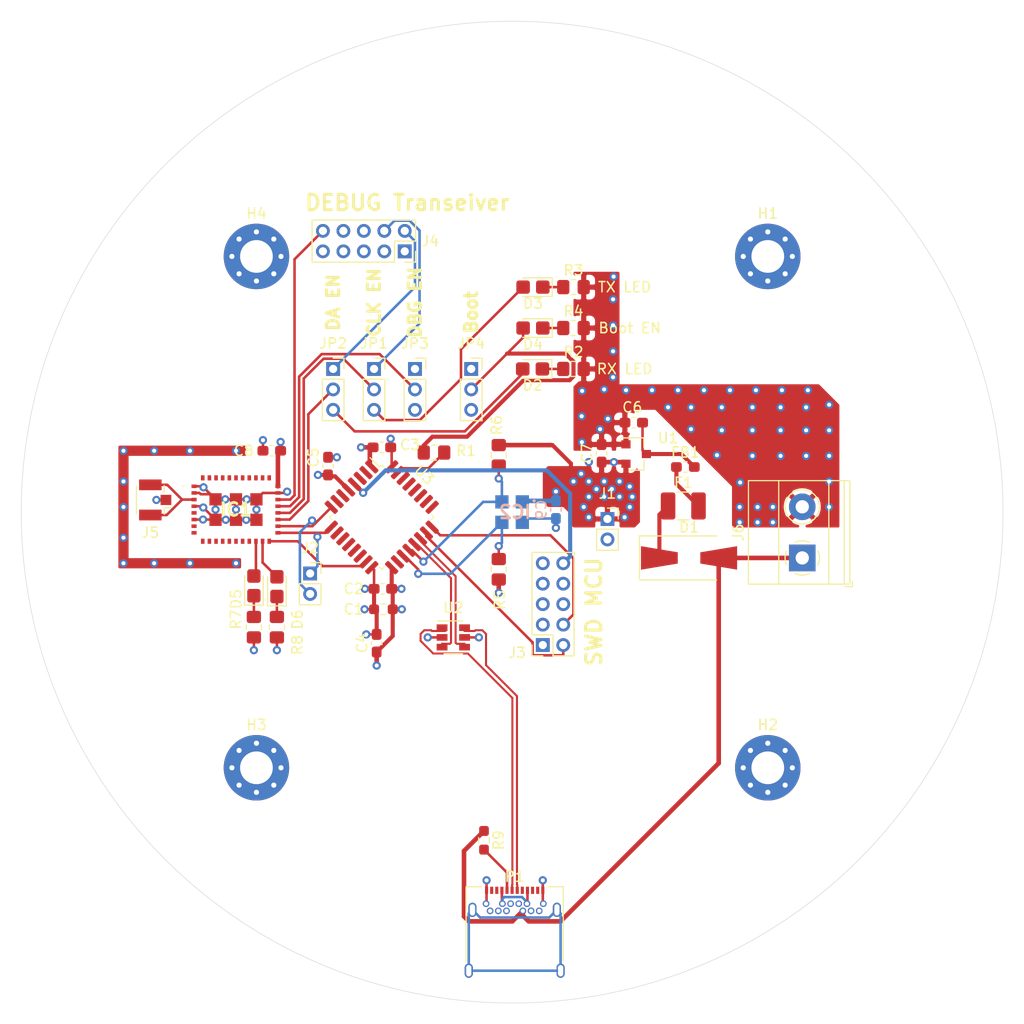
<source format=kicad_pcb>
(kicad_pcb (version 20171130) (host pcbnew "(5.1.10)-1")
  (title_block (date 2021-07-03))
  (layers (0 F.Cu signal) (1 In1.Cu power) (2 In2.Cu power) (31 B.Cu signal) (34 B.Paste user hide) (35 F.Paste user) (36 B.SilkS user hide) (37 F.SilkS user) (38 B.Mask user hide) (39 F.Mask user) (44 Edge.Cuts user))
  (net 0 "")
  (net 1 GND)
  (net 2 +3V3)
  (net 3 "Net-(C6-Pad1)")
  (net 4 +5V)
  (net 5 "Net-(D1-Pad1)")
  (net 6 LED_RX)
  (net 7 "Net-(D2-Pad1)")
  (net 8 LED_TX)
  (net 9 "Net-(D3-Pad1)")
  (net 10 "Net-(D4-Pad2)")
  (net 11 "Net-(D4-Pad1)")
  (net 12 CPU_LED)
  (net 13 "Net-(D5-Pad1)")
  (net 14 RADIO_LED)
  (net 15 "Net-(D6-Pad1)")
  (net 16 "Net-(IC1-Pad38)")
  (net 17 "Net-(IC1-Pad37)")
  (net 18 "Net-(IC1-Pad36)")
  (net 19 "Net-(IC1-Pad35)")
  (net 20 "Net-(IC1-Pad34)")
  (net 21 "Net-(IC1-Pad33)")
  (net 22 "Net-(IC1-Pad32)")
  (net 23 "Net-(IC1-Pad31)")
  (net 24 "Net-(IC1-Pad30)")
  (net 25 "Net-(IC1-Pad29)")
  (net 26 "Net-(IC1-Pad28)")
  (net 27 RESET_N)
  (net 28 DBG_EN)
  (net 29 TX_LED+DBG_CLK)
  (net 30 RX_LED+DBG_DATA)
  (net 31 LPUART1_TX)
  (net 32 LPUART1_RX)
  (net 33 DEEP_SLEEP_WAKUP)
  (net 34 "Net-(IC1-Pad16)")
  (net 35 "Net-(IC1-Pad15)")
  (net 36 "Net-(IC1-Pad14)")
  (net 37 "Net-(IC1-Pad13)")
  (net 38 "Net-(IC1-Pad12)")
  (net 39 "Net-(IC1-Pad11)")
  (net 40 "Net-(IC1-Pad10)")
  (net 41 "Net-(IC1-Pad9)")
  (net 42 "Net-(IC1-Pad8)")
  (net 43 "Net-(IC1-Pad7)")
  (net 44 "Net-(IC1-Pad5)")
  (net 45 "Net-(IC1-Pad3)")
  (net 46 PRESSURE_SDA)
  (net 47 PRESSURE_SCL)
  (net 48 NRST)
  (net 49 "Net-(J3-Pad8)")
  (net 50 "Net-(J3-Pad7)")
  (net 51 "Net-(J3-Pad6)")
  (net 52 SWCLK)
  (net 53 SWDIO)
  (net 54 "Net-(J4-Pad8)")
  (net 55 "Net-(J4-Pad7)")
  (net 56 "Net-(J4-Pad6)")
  (net 57 TS_DBG_CLK)
  (net 58 TS_DBG_DATA)
  (net 59 "Net-(P1-PadA4)")
  (net 60 "Net-(P1-PadS1)")
  (net 61 "Net-(P1-PadA5)")
  (net 62 BOOT0)
  (net 63 "Net-(U2-Pad5)")
  (net 64 USB_D-)
  (net 65 USB_D+)
  (net 66 "Net-(U2-Pad2)")
  (net 67 "Net-(U3-Pad30)")
  (net 68 "Net-(U3-Pad29)")
  (net 69 "Net-(U3-Pad28)")
  (net 70 "Net-(U3-Pad27)")
  (net 71 "Net-(U3-Pad26)")
  (net 72 "Net-(U3-Pad25)")
  (net 73 "Net-(U3-Pad18)")
  (net 74 "Net-(U3-Pad14)")
  (net 75 "Net-(U3-Pad13)")
  (net 76 "Net-(U3-Pad12)")
  (net 77 "Net-(U3-Pad11)")
  (net 78 "Net-(U3-Pad10)")
  (net 79 "Net-(U3-Pad7)")
  (net 80 "Net-(U3-Pad6)")
  (net 81 "Net-(U3-Pad3)")
  (net 82 "Net-(U3-Pad2)")
  (net 83 D-)
  (net 84 D+)
  (net 85 "Net-(F1-Pad2)")
  (module Fuse:Fuse_1210_3225Metric_Pad1.42x2.65mm_HandSolder (layer F.Cu) (at 173.2375 79.9)
    (fp_text reference F1 (at 0 -2.28) (layer F.SilkS))
    (fp_text value 500mA)
    (pad 2 smd roundrect (at 1.4875 0) (size 1.425 2.65) (layers F.Cu F.Paste F.Mask) (roundrect_rratio 0.175439) (net 85 "Net-(F1-Pad2)"))
    (pad 1 smd roundrect (at -1.4875 0) (size 1.425 2.65) (layers F.Cu F.Paste F.Mask) (roundrect_rratio 0.175439) (net 5 "Net-(D1-Pad1)"))
  )
  (module Package_QFP:LQFP-32_7x7mm_P0.8mm (layer F.Cu) (at 143.75 81 315)
    (fp_text reference U3 (at 0 -5.88 135) (layer F.SilkS))
    (fp_text value STM32L082KZTx)
    (pad 32 smd roundrect (at -2.8 -4.175 315) (size 0.5 1.5) (layers F.Cu F.Paste F.Mask) (net 1 GND))
    (pad 31 smd roundrect (at -2 -4.175 315) (size 0.5 1.5) (layers F.Cu F.Paste F.Mask) (net 62 BOOT0))
    (pad 30 smd roundrect (at -1.2 -4.175 315) (size 0.5 1.5) (layers F.Cu F.Paste F.Mask) (net 67 "Net-(U3-Pad30)"))
    (pad 29 smd roundrect (at -0.4 -4.175 315) (size 0.5 1.5) (layers F.Cu F.Paste F.Mask) (net 68 "Net-(U3-Pad29)"))
    (pad 28 smd roundrect (at 0.4 -4.175 315) (size 0.5 1.5) (layers F.Cu F.Paste F.Mask) (net 69 "Net-(U3-Pad28)"))
    (pad 27 smd roundrect (at 1.2 -4.175 315) (size 0.5 1.5) (layers F.Cu F.Paste F.Mask) (net 70 "Net-(U3-Pad27)"))
    (pad 26 smd roundrect (at 2 -4.175 315) (size 0.5 1.5) (layers F.Cu F.Paste F.Mask) (net 71 "Net-(U3-Pad26)"))
    (pad 25 smd roundrect (at 2.8 -4.175 315) (size 0.5 1.5) (layers F.Cu F.Paste F.Mask) (net 72 "Net-(U3-Pad25)"))
    (pad 24 smd roundrect (at 4.175 -2.8 315) (size 1.5 0.5) (layers F.Cu F.Paste F.Mask) (net 52 SWCLK))
    (pad 23 smd roundrect (at 4.175 -2 315) (size 1.5 0.5) (layers F.Cu F.Paste F.Mask) (net 53 SWDIO))
    (pad 22 smd roundrect (at 4.175 -1.2 315) (size 1.5 0.5) (layers F.Cu F.Paste F.Mask) (net 64 USB_D-))
    (pad 21 smd roundrect (at 4.175 -0.4 315) (size 1.5 0.5) (layers F.Cu F.Paste F.Mask) (net 65 USB_D+))
    (pad 20 smd roundrect (at 4.175 0.4 315) (size 1.5 0.5) (layers F.Cu F.Paste F.Mask) (net 46 PRESSURE_SDA))
    (pad 19 smd roundrect (at 4.175 1.2 315) (size 1.5 0.5) (layers F.Cu F.Paste F.Mask) (net 47 PRESSURE_SCL))
    (pad 18 smd roundrect (at 4.175 2 315) (size 1.5 0.5) (layers F.Cu F.Paste F.Mask) (net 73 "Net-(U3-Pad18)"))
    (pad 17 smd roundrect (at 4.175 2.8 315) (size 1.5 0.5) (layers F.Cu F.Paste F.Mask) (net 2 +3V3))
    (pad 16 smd roundrect (at 2.8 4.175 315) (size 0.5 1.5) (layers F.Cu F.Paste F.Mask) (net 1 GND))
    (pad 15 smd roundrect (at 2 4.175 315) (size 0.5 1.5) (layers F.Cu F.Paste F.Mask) (net 33 DEEP_SLEEP_WAKUP))
    (pad 14 smd roundrect (at 1.2 4.175 315) (size 0.5 1.5) (layers F.Cu F.Paste F.Mask) (net 74 "Net-(U3-Pad14)"))
    (pad 13 smd roundrect (at 0.4 4.175 315) (size 0.5 1.5) (layers F.Cu F.Paste F.Mask) (net 75 "Net-(U3-Pad13)"))
    (pad 12 smd roundrect (at -0.4 4.175 315) (size 0.5 1.5) (layers F.Cu F.Paste F.Mask) (net 76 "Net-(U3-Pad12)"))
    (pad 11 smd roundrect (at -1.2 4.175 315) (size 0.5 1.5) (layers F.Cu F.Paste F.Mask) (net 77 "Net-(U3-Pad11)"))
    (pad 10 smd roundrect (at -2 4.175 315) (size 0.5 1.5) (layers F.Cu F.Paste F.Mask) (net 78 "Net-(U3-Pad10)"))
    (pad 9 smd roundrect (at -2.8 4.175 315) (size 0.5 1.5) (layers F.Cu F.Paste F.Mask) (net 32 LPUART1_RX))
    (pad 8 smd roundrect (at -4.175 2.8 315) (size 1.5 0.5) (layers F.Cu F.Paste F.Mask) (net 31 LPUART1_TX))
    (pad 7 smd roundrect (at -4.175 2 315) (size 1.5 0.5) (layers F.Cu F.Paste F.Mask) (net 79 "Net-(U3-Pad7)"))
    (pad 6 smd roundrect (at -4.175 1.2 315) (size 1.5 0.5) (layers F.Cu F.Paste F.Mask) (net 80 "Net-(U3-Pad6)"))
    (pad 5 smd roundrect (at -4.175 0.4 315) (size 1.5 0.5) (layers F.Cu F.Paste F.Mask) (net 2 +3V3))
    (pad 4 smd roundrect (at -4.175 -0.4 315) (size 1.5 0.5) (layers F.Cu F.Paste F.Mask) (net 48 NRST))
    (pad 3 smd roundrect (at -4.175 -1.2 315) (size 1.5 0.5) (layers F.Cu F.Paste F.Mask) (net 81 "Net-(U3-Pad3)"))
    (pad 2 smd roundrect (at -4.175 -2 315) (size 1.5 0.5) (layers F.Cu F.Paste F.Mask) (net 82 "Net-(U3-Pad2)"))
    (pad 1 smd roundrect (at -4.175 -2.8 315) (size 1.5 0.5) (layers F.Cu F.Paste F.Mask) (net 2 +3V3))
  )
  (module Package_TO_SOT_SMD:SOT-23-6 (layer F.Cu) (at 150.75 92.75)
    (fp_text reference U2 (at 0 -2.9) (layer F.SilkS))
    (fp_text value USBLC6-2SC6)
    (pad 5 smd rect (at 1.1 0) (size 1.06 0.65) (layers F.Cu F.Paste F.Mask) (net 63 "Net-(U2-Pad5)"))
    (pad 6 smd rect (at 1.1 -0.95) (size 1.06 0.65) (layers F.Cu F.Paste F.Mask) (net 83 D-))
    (pad 4 smd rect (at 1.1 0.95) (size 1.06 0.65) (layers F.Cu F.Paste F.Mask) (net 64 USB_D-))
    (pad 3 smd rect (at -1.1 0.95) (size 1.06 0.65) (layers F.Cu F.Paste F.Mask) (net 65 USB_D+))
    (pad 2 smd rect (at -1.1 0) (size 1.06 0.65) (layers F.Cu F.Paste F.Mask) (net 66 "Net-(U2-Pad2)"))
    (pad 1 smd rect (at -1.1 -0.95) (size 1.06 0.65) (layers F.Cu F.Paste F.Mask) (net 84 D+))
  )
  (module Package_TO_SOT_SMD:SOT-23 (layer F.Cu) (at 168.63 74.82)
    (fp_text reference U1 (at 3.12 -1.57) (layer F.SilkS))
    (fp_text value XC6206PxxxMR)
    (pad 3 smd rect (at 1 0) (size 0.9 0.8) (layers F.Cu F.Paste F.Mask) (net 3 "Net-(C6-Pad1)"))
    (pad 2 smd rect (at -1 0.95) (size 0.9 0.8) (layers F.Cu F.Paste F.Mask) (net 2 +3V3))
    (pad 1 smd rect (at -1 -0.95) (size 0.9 0.8) (layers F.Cu F.Paste F.Mask) (net 1 GND))
  )
  (module Resistor_SMD:R_0603_1608Metric_Pad0.98x0.95mm_HandSolder (layer F.Cu) (at 153.75 112.5875 270)
    (fp_text reference R9 (at 0 -1.43 90) (layer F.SilkS))
    (fp_text value 56k)
    (pad 2 smd roundrect (at 0.9125 0 270) (size 0.975 0.95) (layers F.Cu F.Paste F.Mask) (net 61 "Net-(P1-PadA5)"))
    (pad 1 smd roundrect (at -0.9125 0 270) (size 0.975 0.95) (layers F.Cu F.Paste F.Mask) (net 4 +5V))
  )
  (module Resistor_SMD:R_0805_2012Metric_Pad1.20x1.40mm_HandSolder (layer F.Cu) (at 133.5 91.75 270)
    (fp_text reference R8 (at 1.75 -2 90) (layer F.SilkS))
    (fp_text value 2k)
    (pad 2 smd roundrect (at 1 0 270) (size 1.2 1.4) (layers F.Cu F.Paste F.Mask) (roundrect_rratio 0.2083325) (net 1 GND))
    (pad 1 smd roundrect (at -1 0 270) (size 1.2 1.4) (layers F.Cu F.Paste F.Mask) (roundrect_rratio 0.2083325) (net 15 "Net-(D6-Pad1)"))
  )
  (module Resistor_SMD:R_0805_2012Metric_Pad1.20x1.40mm_HandSolder (layer F.Cu) (at 131.25 91.75 270)
    (fp_text reference R7 (at -0.75 1.75 90) (layer F.SilkS))
    (fp_text value 2k)
    (pad 2 smd roundrect (at 1 0 270) (size 1.2 1.4) (layers F.Cu F.Paste F.Mask) (roundrect_rratio 0.2083325) (net 1 GND))
    (pad 1 smd roundrect (at -1 0 270) (size 1.2 1.4) (layers F.Cu F.Paste F.Mask) (roundrect_rratio 0.2083325) (net 13 "Net-(D5-Pad1)"))
  )
  (module Resistor_SMD:R_0805_2012Metric_Pad1.20x1.40mm_HandSolder (layer F.Cu) (at 155.194 74.946 270)
    (fp_text reference R6 (at -2.95 0.2 90) (layer F.SilkS))
    (fp_text value 10k)
    (pad 2 smd roundrect (at 1 0 270) (size 1.2 1.4) (layers F.Cu F.Paste F.Mask) (roundrect_rratio 0.2083325) (net 46 PRESSURE_SDA))
    (pad 1 smd roundrect (at -1 0 270) (size 1.2 1.4) (layers F.Cu F.Paste F.Mask) (roundrect_rratio 0.2083325) (net 2 +3V3))
  )
  (module Resistor_SMD:R_0805_2012Metric_Pad1.20x1.40mm_HandSolder (layer F.Cu) (at 155.194 86.09 90)
    (fp_text reference R5 (at -3 0.1 90) (layer F.SilkS))
    (fp_text value 10k)
    (pad 2 smd roundrect (at 1 0 90) (size 1.2 1.4) (layers F.Cu F.Paste F.Mask) (roundrect_rratio 0.2083325) (net 47 PRESSURE_SCL))
    (pad 1 smd roundrect (at -1 0 90) (size 1.2 1.4) (layers F.Cu F.Paste F.Mask) (roundrect_rratio 0.2083325) (net 2 +3V3))
  )
  (module Resistor_SMD:R_0805_2012Metric_Pad1.20x1.40mm_HandSolder (layer F.Cu) (at 162.5 62.5)
    (fp_text reference R4 (at 0 -1.65) (layer F.SilkS))
    (fp_text value 2k)
    (pad 2 smd roundrect (at 1 0) (size 1.2 1.4) (layers F.Cu F.Paste F.Mask) (roundrect_rratio 0.2083325) (net 1 GND))
    (pad 1 smd roundrect (at -1 0) (size 1.2 1.4) (layers F.Cu F.Paste F.Mask) (roundrect_rratio 0.2083325) (net 11 "Net-(D4-Pad1)"))
  )
  (module Resistor_SMD:R_0805_2012Metric_Pad1.20x1.40mm_HandSolder (layer F.Cu) (at 162.5 58.5)
    (fp_text reference R3 (at 0 -1.65) (layer F.SilkS))
    (fp_text value 2k)
    (pad 2 smd roundrect (at 1 0) (size 1.2 1.4) (layers F.Cu F.Paste F.Mask) (roundrect_rratio 0.2083325) (net 1 GND))
    (pad 1 smd roundrect (at -1 0) (size 1.2 1.4) (layers F.Cu F.Paste F.Mask) (roundrect_rratio 0.2083325) (net 9 "Net-(D3-Pad1)"))
  )
  (module Resistor_SMD:R_0805_2012Metric_Pad1.20x1.40mm_HandSolder (layer F.Cu) (at 162.5 66.5)
    (fp_text reference R2 (at 0 -1.65) (layer F.SilkS))
    (fp_text value 2k)
    (pad 2 smd roundrect (at 1 0) (size 1.2 1.4) (layers F.Cu F.Paste F.Mask) (roundrect_rratio 0.2083325) (net 1 GND))
    (pad 1 smd roundrect (at -1 0) (size 1.2 1.4) (layers F.Cu F.Paste F.Mask) (roundrect_rratio 0.2083325) (net 7 "Net-(D2-Pad1)"))
  )
  (module Resistor_SMD:R_0805_2012Metric_Pad1.20x1.40mm_HandSolder (layer F.Cu) (at 148.86 74.676)
    (fp_text reference R1 (at 3.14 -0.176) (layer F.SilkS))
    (fp_text value 10k)
    (pad 2 smd roundrect (at 1 0) (size 1.2 1.4) (layers F.Cu F.Paste F.Mask) (roundrect_rratio 0.2083325) (net 62 BOOT0))
    (pad 1 smd roundrect (at -1 0) (size 1.2 1.4) (layers F.Cu F.Paste F.Mask) (roundrect_rratio 0.2083325) (net 10 "Net-(D4-Pad2)"))
  )
  (module Connector_USB:USB_C_Receptacle_Amphenol_12401548E4-2A (layer F.Cu) (at 156.75 122.5)
    (fp_text reference P1 (at 0 -6.36) (layer F.SilkS))
    (fp_text value USB_C_Plug_USB2.0)
    (pad B11 thru_hole circle (at -2.4 -3.01) (size 0.65 0.65) (drill 0.4) (layers *.Cu *.Mask))
    (pad B10 thru_hole circle (at -1.6 -3.01) (size 0.65 0.65) (drill 0.4) (layers *.Cu *.Mask))
    (pad B8 thru_hole circle (at -0.8 -3.01) (size 0.65 0.65) (drill 0.4) (layers *.Cu *.Mask))
    (pad B5 thru_hole circle (at 0.8 -3.01) (size 0.65 0.65) (drill 0.4) (layers *.Cu *.Mask) (net 4 +5V))
    (pad B3 thru_hole circle (at 1.6 -3.01) (size 0.65 0.65) (drill 0.4) (layers *.Cu *.Mask))
    (pad B2 thru_hole circle (at 2.4 -3.01) (size 0.65 0.65) (drill 0.4) (layers *.Cu *.Mask))
    (pad B12 thru_hole circle (at -2.8 -3.71) (size 0.65 0.65) (drill 0.4) (layers *.Cu *.Mask) (net 1 GND))
    (pad B9 thru_hole circle (at -1.2 -3.71) (size 0.65 0.65) (drill 0.4) (layers *.Cu *.Mask) (net 59 "Net-(P1-PadA4)"))
    (pad B7 thru_hole circle (at -0.4 -3.71) (size 0.65 0.65) (drill 0.4) (layers *.Cu *.Mask))
    (pad B6 thru_hole circle (at 0.4 -3.71) (size 0.65 0.65) (drill 0.4) (layers *.Cu *.Mask))
    (pad B4 thru_hole circle (at 1.2 -3.71) (size 0.65 0.65) (drill 0.4) (layers *.Cu *.Mask) (net 59 "Net-(P1-PadA4)"))
    (pad B1 thru_hole circle (at 2.8 -3.71) (size 0.65 0.65) (drill 0.4) (layers *.Cu *.Mask) (net 1 GND))
    (pad "" np_thru_hole circle (at -3.6 -4.36) (size 0.65 0.65) (drill 0.65) (layers *.Cu *.Mask))
    (pad "" np_thru_hole oval (at 3.6 -4.36) (size 0.95 0.65) (drill oval 0.95 0.65) (layers *.Cu *.Mask))
    (pad S1 thru_hole oval (at -4.49 2.84) (size 0.8 1.4) (drill oval 0.5 1.1) (layers *.Cu *.Mask) (net 60 "Net-(P1-PadS1)"))
    (pad S1 thru_hole oval (at 4.49 2.84) (size 0.8 1.4) (drill oval 0.5 1.1) (layers *.Cu *.Mask) (net 60 "Net-(P1-PadS1)"))
    (pad S1 thru_hole oval (at 4.13 -3.11) (size 0.8 1.4) (drill oval 0.5 1.1) (layers *.Cu *.Mask) (net 60 "Net-(P1-PadS1)"))
    (pad A11 smd rect (at 2.25 -5.02) (size 0.3 0.7) (layers F.Cu F.Paste F.Mask))
    (pad A8 smd rect (at 0.75 -5.02) (size 0.3 0.7) (layers F.Cu F.Paste F.Mask))
    (pad A9 smd rect (at 1.25 -5.02) (size 0.3 0.7) (layers F.Cu F.Paste F.Mask) (net 59 "Net-(P1-PadA4)"))
    (pad A10 smd rect (at 1.75 -5.02) (size 0.3 0.7) (layers F.Cu F.Paste F.Mask))
    (pad A12 smd rect (at 2.75 -5.02) (size 0.3 0.7) (layers F.Cu F.Paste F.Mask) (net 1 GND))
    (pad A7 smd rect (at 0.25 -5.02) (size 0.3 0.7) (layers F.Cu F.Paste F.Mask) (net 83 D-))
    (pad A6 smd rect (at -0.25 -5.02) (size 0.3 0.7) (layers F.Cu F.Paste F.Mask) (net 84 D+))
    (pad A5 smd rect (at -0.75 -5.02) (size 0.3 0.7) (layers F.Cu F.Paste F.Mask) (net 61 "Net-(P1-PadA5)"))
    (pad A4 smd rect (at -1.25 -5.02) (size 0.3 0.7) (layers F.Cu F.Paste F.Mask) (net 59 "Net-(P1-PadA4)"))
    (pad A3 smd rect (at -1.75 -5.02) (size 0.3 0.7) (layers F.Cu F.Paste F.Mask))
    (pad A2 smd rect (at -2.25 -5.02) (size 0.3 0.7) (layers F.Cu F.Paste F.Mask))
    (pad A1 smd rect (at -2.75 -5.02) (size 0.3 0.7) (layers F.Cu F.Paste F.Mask) (net 1 GND))
    (pad S1 thru_hole oval (at -4.13 -3.11) (size 0.8 1.4) (drill oval 0.5 1.1) (layers *.Cu *.Mask) (net 60 "Net-(P1-PadS1)"))
  )
  (module Connector_PinSocket_2.00mm:PinSocket_1x03_P2.00mm_Vertical (layer F.Cu) (at 152.5 66.5)
    (fp_text reference JP4 (at 0 -2.5) (layer F.SilkS))
    (fp_text value Jumper_3_Bridged12)
    (pad 3 thru_hole oval (at 0 4) (size 1.35 1.35) (drill 0.8) (layers *.Cu *.Mask) (net 1 GND))
    (pad 2 thru_hole oval (at 0 2) (size 1.35 1.35) (drill 0.8) (layers *.Cu *.Mask) (net 10 "Net-(D4-Pad2)"))
    (pad 1 thru_hole rect (at 0 0) (size 1.35 1.35) (drill 0.8) (layers *.Cu *.Mask) (net 2 +3V3))
  )
  (module Connector_PinSocket_2.00mm:PinSocket_1x03_P2.00mm_Vertical (layer F.Cu) (at 147 66.5)
    (fp_text reference JP3 (at 0 -2.5) (layer F.SilkS))
    (fp_text value Jumper_3_Bridged12)
    (pad 3 thru_hole oval (at 0 4) (size 1.35 1.35) (drill 0.8) (layers *.Cu *.Mask) (net 1 GND))
    (pad 2 thru_hole oval (at 0 2) (size 1.35 1.35) (drill 0.8) (layers *.Cu *.Mask) (net 28 DBG_EN))
    (pad 1 thru_hole rect (at 0 0) (size 1.35 1.35) (drill 0.8) (layers *.Cu *.Mask) (net 2 +3V3))
  )
  (module Connector_PinSocket_2.00mm:PinSocket_1x03_P2.00mm_Vertical (layer F.Cu) (at 139 66.5)
    (fp_text reference JP2 (at 0 -2.5) (layer F.SilkS))
    (fp_text value Jumper_3_Bridged12)
    (pad 3 thru_hole oval (at 0 4) (size 1.35 1.35) (drill 0.8) (layers *.Cu *.Mask) (net 6 LED_RX))
    (pad 2 thru_hole oval (at 0 2) (size 1.35 1.35) (drill 0.8) (layers *.Cu *.Mask) (net 30 RX_LED+DBG_DATA))
    (pad 1 thru_hole rect (at 0 0) (size 1.35 1.35) (drill 0.8) (layers *.Cu *.Mask) (net 58 TS_DBG_DATA))
  )
  (module Connector_PinSocket_2.00mm:PinSocket_1x03_P2.00mm_Vertical (layer F.Cu) (at 143 66.5)
    (fp_text reference JP1 (at 0 -2.5) (layer F.SilkS))
    (fp_text value Jumper_3_Bridged12)
    (pad 3 thru_hole oval (at 0 4) (size 1.35 1.35) (drill 0.8) (layers *.Cu *.Mask) (net 8 LED_TX))
    (pad 2 thru_hole oval (at 0 2) (size 1.35 1.35) (drill 0.8) (layers *.Cu *.Mask) (net 29 TX_LED+DBG_CLK))
    (pad 1 thru_hole rect (at 0 0) (size 1.35 1.35) (drill 0.8) (layers *.Cu *.Mask) (net 57 TS_DBG_CLK))
  )
  (module TerminalBlock_Phoenix:TerminalBlock_Phoenix_MKDS-1,5-2_1x02_P5.00mm_Horizontal (layer F.Cu) (at 184.87 84.98 90)
    (fp_text reference J6 (at 2.5 -6.26 90) (layer F.SilkS))
    (fp_text value Conn_01x02_Female)
    (pad 2 thru_hole circle (at 5 0 90) (size 2.6 2.6) (drill 1.3) (layers *.Cu *.Mask) (net 1 GND))
    (pad 1 thru_hole rect (at 0 0 90) (size 2.6 2.6) (drill 1.3) (layers *.Cu *.Mask) (net 4 +5V))
  )
  (module Connector_Coaxial:U.FL_Hirose_U.FL-R-SMT-1_Vertical (layer F.Cu) (at 121.59998 79.30822 180)
    (fp_text reference J5 (at 0.475 -3.2) (layer F.SilkS))
    (fp_text value Conn_Coaxial)
    (pad 2 smd rect (at 0.475 -1.475 180) (size 2.2 1.05) (layers F.Cu F.Paste F.Mask) (net 45 "Net-(IC1-Pad3)"))
    (pad 1 smd rect (at -1.05 0 180) (size 1.05 1) (layers F.Cu F.Paste F.Mask) (net 1 GND))
    (pad 2 smd rect (at 0.475 1.475 180) (size 2.2 1.05) (layers F.Cu F.Paste F.Mask) (net 45 "Net-(IC1-Pad3)"))
  )
  (module Connector_PinSocket_2.00mm:PinSocket_2x05_P2.00mm_Vertical (layer F.Cu) (at 146 55 270)
    (fp_text reference J4 (at -1 -2.5 180) (layer F.SilkS))
    (fp_text value Conn_02x05_Odd_Even)
    (pad 10 thru_hole oval (at -2 8 270) (size 1.35 1.35) (drill 0.8) (layers *.Cu *.Mask) (net 27 RESET_N))
    (pad 9 thru_hole oval (at 0 8 270) (size 1.35 1.35) (drill 0.8) (layers *.Cu *.Mask) (net 1 GND))
    (pad 8 thru_hole oval (at -2 6 270) (size 1.35 1.35) (drill 0.8) (layers *.Cu *.Mask) (net 54 "Net-(J4-Pad8)"))
    (pad 7 thru_hole oval (at 0 6 270) (size 1.35 1.35) (drill 0.8) (layers *.Cu *.Mask) (net 55 "Net-(J4-Pad7)"))
    (pad 6 thru_hole oval (at -2 4 270) (size 1.35 1.35) (drill 0.8) (layers *.Cu *.Mask) (net 56 "Net-(J4-Pad6)"))
    (pad 5 thru_hole oval (at 0 4 270) (size 1.35 1.35) (drill 0.8) (layers *.Cu *.Mask) (net 1 GND))
    (pad 4 thru_hole oval (at -2 2 270) (size 1.35 1.35) (drill 0.8) (layers *.Cu *.Mask) (net 57 TS_DBG_CLK))
    (pad 3 thru_hole oval (at 0 2 270) (size 1.35 1.35) (drill 0.8) (layers *.Cu *.Mask) (net 1 GND))
    (pad 2 thru_hole oval (at -2 0 270) (size 1.35 1.35) (drill 0.8) (layers *.Cu *.Mask) (net 58 TS_DBG_DATA))
    (pad 1 thru_hole rect (at 0 0 270) (size 1.35 1.35) (drill 0.8) (layers *.Cu *.Mask) (net 2 +3V3))
  )
  (module Connector_PinSocket_2.00mm:PinSocket_2x05_P2.00mm_Vertical (layer F.Cu) (at 159.5 93.5 180)
    (fp_text reference J3 (at 2.5 -0.75) (layer F.SilkS))
    (fp_text value Conn_02x05_Odd_Even)
    (pad 10 thru_hole oval (at -2 8 180) (size 1.35 1.35) (drill 0.8) (layers *.Cu *.Mask) (net 48 NRST))
    (pad 9 thru_hole oval (at 0 8 180) (size 1.35 1.35) (drill 0.8) (layers *.Cu *.Mask) (net 1 GND))
    (pad 8 thru_hole oval (at -2 6 180) (size 1.35 1.35) (drill 0.8) (layers *.Cu *.Mask) (net 49 "Net-(J3-Pad8)"))
    (pad 7 thru_hole oval (at 0 6 180) (size 1.35 1.35) (drill 0.8) (layers *.Cu *.Mask) (net 50 "Net-(J3-Pad7)"))
    (pad 6 thru_hole oval (at -2 4 180) (size 1.35 1.35) (drill 0.8) (layers *.Cu *.Mask) (net 51 "Net-(J3-Pad6)"))
    (pad 5 thru_hole oval (at 0 4 180) (size 1.35 1.35) (drill 0.8) (layers *.Cu *.Mask) (net 1 GND))
    (pad 4 thru_hole oval (at -2 2 180) (size 1.35 1.35) (drill 0.8) (layers *.Cu *.Mask) (net 52 SWCLK))
    (pad 3 thru_hole oval (at 0 2 180) (size 1.35 1.35) (drill 0.8) (layers *.Cu *.Mask) (net 1 GND))
    (pad 2 thru_hole oval (at -2 0 180) (size 1.35 1.35) (drill 0.8) (layers *.Cu *.Mask) (net 53 SWDIO))
    (pad 1 thru_hole rect (at 0 0 180) (size 1.35 1.35) (drill 0.8) (layers *.Cu *.Mask) (net 2 +3V3))
  )
  (module Connector_PinSocket_2.00mm:PinSocket_1x02_P2.00mm_Vertical (layer F.Cu) (at 136.75 86.5)
    (fp_text reference J2 (at 0 -2.5) (layer F.SilkS))
    (fp_text value Conn_01x02)
    (pad 2 thru_hole oval (at 0 2) (size 1.35 1.35) (drill 0.8) (layers *.Cu *.Mask) (net 31 LPUART1_TX))
    (pad 1 thru_hole rect (at 0 0) (size 1.35 1.35) (drill 0.8) (layers *.Cu *.Mask) (net 32 LPUART1_RX))
  )
  (module Connector_PinSocket_2.00mm:PinSocket_1x02_P2.00mm_Vertical (layer F.Cu) (at 165.82 81.17)
    (fp_text reference J1 (at 0 -2.5) (layer F.SilkS))
    (fp_text value Conn_01x02)
    (pad 2 thru_hole oval (at 0 2) (size 1.35 1.35) (drill 0.8) (layers *.Cu *.Mask) (net 1 GND))
    (pad 1 thru_hole rect (at 0 0) (size 1.35 1.35) (drill 0.8) (layers *.Cu *.Mask) (net 2 +3V3))
  )
  (module SamacSys_Parts:MS584002BA01 (layer B.Cu) (at 156.5 80.5 180)
    (fp_text reference IC2 (at -0.275 0) (layer B.SilkS) (effects (font (size 1.27 1.27) (thickness 0.254)) (justify mirror)))
    (fp_text value MS5840-02BA01 hide)
    (pad 4 smd rect (at 1 1 90) (size 1.3 1.3) (layers B.Cu B.Paste B.Mask) (net 46 PRESSURE_SDA))
    (pad 3 smd rect (at 1 -1 90) (size 1.3 1.3) (layers B.Cu B.Paste B.Mask) (net 47 PRESSURE_SCL))
    (pad 2 smd rect (at -1 -1 90) (size 1.3 1.3) (layers B.Cu B.Paste B.Mask) (net 1 GND))
    (pad 1 smd rect (at -1 1 90) (size 1.3 1.3) (layers B.Cu B.Paste B.Mask) (net 2 +3V3))
  )
  (module SamacSys_Parts:AXSIPSFEU101TX30 (layer F.Cu) (at 129.5 80.25)
    (fp_text reference IC1 (at 0 0) (layer F.SilkS) (effects (font (size 1.27 1.27) (thickness 0.254))))
    (fp_text value AX-SIP-SFEU-1-01-TX30 hide)
    (pad 44 smd rect (at 2 1) (size 1.2 1.2) (layers F.Cu F.Paste F.Mask) (net 1 GND))
    (pad 43 smd rect (at 2 -1) (size 1.2 1.2) (layers F.Cu F.Paste F.Mask) (net 1 GND))
    (pad 42 smd rect (at 0 1) (size 1.2 1.2) (layers F.Cu F.Paste F.Mask) (net 1 GND))
    (pad 41 smd rect (at 0 -1) (size 1.2 1.2) (layers F.Cu F.Paste F.Mask) (net 1 GND))
    (pad 40 smd rect (at -2 1) (size 1.2 1.2) (layers F.Cu F.Paste F.Mask) (net 1 GND))
    (pad 39 smd rect (at -2 -1) (size 1.2 1.2) (layers F.Cu F.Paste F.Mask) (net 1 GND))
    (pad 38 smd rect (at -3.25 -3.1) (size 0.35 0.5) (layers F.Cu F.Paste F.Mask) (net 16 "Net-(IC1-Pad38)"))
    (pad 37 smd rect (at -2.6 -3.1) (size 0.35 0.5) (layers F.Cu F.Paste F.Mask) (net 17 "Net-(IC1-Pad37)"))
    (pad 36 smd rect (at -1.95 -3.1) (size 0.35 0.5) (layers F.Cu F.Paste F.Mask) (net 18 "Net-(IC1-Pad36)"))
    (pad 35 smd rect (at -1.3 -3.1) (size 0.35 0.5) (layers F.Cu F.Paste F.Mask) (net 19 "Net-(IC1-Pad35)"))
    (pad 34 smd rect (at -0.65 -3.1) (size 0.35 0.5) (layers F.Cu F.Paste F.Mask) (net 20 "Net-(IC1-Pad34)"))
    (pad 33 smd rect (at 0 -3.1) (size 0.35 0.5) (layers F.Cu F.Paste F.Mask) (net 21 "Net-(IC1-Pad33)"))
    (pad 32 smd rect (at 0.65 -3.1) (size 0.35 0.5) (layers F.Cu F.Paste F.Mask) (net 22 "Net-(IC1-Pad32)"))
    (pad 31 smd rect (at 1.3 -3.1) (size 0.35 0.5) (layers F.Cu F.Paste F.Mask) (net 23 "Net-(IC1-Pad31)"))
    (pad 30 smd rect (at 1.95 -3.1) (size 0.35 0.5) (layers F.Cu F.Paste F.Mask) (net 24 "Net-(IC1-Pad30)"))
    (pad 29 smd rect (at 2.6 -3.1) (size 0.35 0.5) (layers F.Cu F.Paste F.Mask) (net 25 "Net-(IC1-Pad29)"))
    (pad 28 smd rect (at 3.25 -3.1) (size 0.35 0.5) (layers F.Cu F.Paste F.Mask) (net 26 "Net-(IC1-Pad28)"))
    (pad 27 smd rect (at 4.1 -2.275 90) (size 0.35 0.5) (layers F.Cu F.Paste F.Mask) (net 2 +3V3))
    (pad 26 smd rect (at 4.1 -1.625 90) (size 0.35 0.5) (layers F.Cu F.Paste F.Mask) (net 1 GND))
    (pad 25 smd rect (at 4.1 -0.975 90) (size 0.35 0.5) (layers F.Cu F.Paste F.Mask) (net 27 RESET_N))
    (pad 24 smd rect (at 4.1 -0.325 90) (size 0.35 0.5) (layers F.Cu F.Paste F.Mask) (net 28 DBG_EN))
    (pad 23 smd rect (at 4.1 0.325 90) (size 0.35 0.5) (layers F.Cu F.Paste F.Mask) (net 29 TX_LED+DBG_CLK))
    (pad 22 smd rect (at 4.1 0.975 90) (size 0.35 0.5) (layers F.Cu F.Paste F.Mask) (net 30 RX_LED+DBG_DATA))
    (pad 21 smd rect (at 4.1 1.625 90) (size 0.35 0.5) (layers F.Cu F.Paste F.Mask) (net 31 LPUART1_TX))
    (pad 20 smd rect (at 4.1 2.275 90) (size 0.35 0.5) (layers F.Cu F.Paste F.Mask) (net 32 LPUART1_RX))
    (pad 19 smd rect (at 3.25 3.1) (size 0.35 0.5) (layers F.Cu F.Paste F.Mask) (net 33 DEEP_SLEEP_WAKUP))
    (pad 18 smd rect (at 2.6 3.1) (size 0.35 0.5) (layers F.Cu F.Paste F.Mask) (net 14 RADIO_LED))
    (pad 17 smd rect (at 1.95 3.1) (size 0.35 0.5) (layers F.Cu F.Paste F.Mask) (net 12 CPU_LED))
    (pad 16 smd rect (at 1.3 3.1) (size 0.35 0.5) (layers F.Cu F.Paste F.Mask) (net 34 "Net-(IC1-Pad16)"))
    (pad 15 smd rect (at 0.65 3.1) (size 0.35 0.5) (layers F.Cu F.Paste F.Mask) (net 35 "Net-(IC1-Pad15)"))
    (pad 14 smd rect (at 0 3.1) (size 0.35 0.5) (layers F.Cu F.Paste F.Mask) (net 36 "Net-(IC1-Pad14)"))
    (pad 13 smd rect (at -0.65 3.1) (size 0.35 0.5) (layers F.Cu F.Paste F.Mask) (net 37 "Net-(IC1-Pad13)"))
    (pad 12 smd rect (at -1.3 3.1) (size 0.35 0.5) (layers F.Cu F.Paste F.Mask) (net 38 "Net-(IC1-Pad12)"))
    (pad 11 smd rect (at -1.95 3.1) (size 0.35 0.5) (layers F.Cu F.Paste F.Mask) (net 39 "Net-(IC1-Pad11)"))
    (pad 10 smd rect (at -2.6 3.1) (size 0.35 0.5) (layers F.Cu F.Paste F.Mask) (net 40 "Net-(IC1-Pad10)"))
    (pad 9 smd rect (at -3.25 3.1) (size 0.35 0.5) (layers F.Cu F.Paste F.Mask) (net 41 "Net-(IC1-Pad9)"))
    (pad 8 smd rect (at -4.1 2.275 90) (size 0.35 0.5) (layers F.Cu F.Paste F.Mask) (net 42 "Net-(IC1-Pad8)"))
    (pad 7 smd rect (at -4.1 1.625 90) (size 0.35 0.5) (layers F.Cu F.Paste F.Mask) (net 43 "Net-(IC1-Pad7)"))
    (pad 6 smd rect (at -4.1 0.975 90) (size 0.35 0.5) (layers F.Cu F.Paste F.Mask) (net 1 GND))
    (pad 5 smd rect (at -4.1 0.325 90) (size 0.35 0.5) (layers F.Cu F.Paste F.Mask) (net 44 "Net-(IC1-Pad5)"))
    (pad 4 smd rect (at -4.1 -0.325 90) (size 0.35 0.5) (layers F.Cu F.Paste F.Mask) (net 1 GND))
    (pad 3 smd rect (at -4.1 -0.975 90) (size 0.35 0.5) (layers F.Cu F.Paste F.Mask) (net 45 "Net-(IC1-Pad3)"))
    (pad 2 smd rect (at -4.1 -1.625 90) (size 0.35 0.5) (layers F.Cu F.Paste F.Mask) (net 1 GND))
    (pad 1 smd rect (at -4.1 -2.275 90) (size 0.35 0.5) (layers F.Cu F.Paste F.Mask) (net 1 GND))
  )
  (module MountingHole:MountingHole_3.2mm_M3_Pad_Via (layer F.Cu) (at 131.5 55.5)
    (fp_text reference H4 (at 0 -4.2) (layer F.SilkS))
    (fp_text value MountingHole_Pad)
    (pad 1 thru_hole circle (at 1.697056 -1.697056) (size 0.8 0.8) (drill 0.5) (layers *.Cu *.Mask) (net 1 GND))
    (pad 1 thru_hole circle (at 0 -2.4) (size 0.8 0.8) (drill 0.5) (layers *.Cu *.Mask) (net 1 GND))
    (pad 1 thru_hole circle (at -1.697056 -1.697056) (size 0.8 0.8) (drill 0.5) (layers *.Cu *.Mask) (net 1 GND))
    (pad 1 thru_hole circle (at -2.4 0) (size 0.8 0.8) (drill 0.5) (layers *.Cu *.Mask) (net 1 GND))
    (pad 1 thru_hole circle (at -1.697056 1.697056) (size 0.8 0.8) (drill 0.5) (layers *.Cu *.Mask) (net 1 GND))
    (pad 1 thru_hole circle (at 0 2.4) (size 0.8 0.8) (drill 0.5) (layers *.Cu *.Mask) (net 1 GND))
    (pad 1 thru_hole circle (at 1.697056 1.697056) (size 0.8 0.8) (drill 0.5) (layers *.Cu *.Mask) (net 1 GND))
    (pad 1 thru_hole circle (at 2.4 0) (size 0.8 0.8) (drill 0.5) (layers *.Cu *.Mask) (net 1 GND))
    (pad 1 thru_hole circle (at 0 0) (size 6.4 6.4) (drill 3.2) (layers *.Cu *.Mask) (net 1 GND))
  )
  (module MountingHole:MountingHole_3.2mm_M3_Pad_Via (layer F.Cu) (at 131.5 105.5)
    (fp_text reference H3 (at 0 -4.2) (layer F.SilkS))
    (fp_text value MountingHole_Pad)
    (pad 1 thru_hole circle (at 1.697056 -1.697056) (size 0.8 0.8) (drill 0.5) (layers *.Cu *.Mask) (net 1 GND))
    (pad 1 thru_hole circle (at 0 -2.4) (size 0.8 0.8) (drill 0.5) (layers *.Cu *.Mask) (net 1 GND))
    (pad 1 thru_hole circle (at -1.697056 -1.697056) (size 0.8 0.8) (drill 0.5) (layers *.Cu *.Mask) (net 1 GND))
    (pad 1 thru_hole circle (at -2.4 0) (size 0.8 0.8) (drill 0.5) (layers *.Cu *.Mask) (net 1 GND))
    (pad 1 thru_hole circle (at -1.697056 1.697056) (size 0.8 0.8) (drill 0.5) (layers *.Cu *.Mask) (net 1 GND))
    (pad 1 thru_hole circle (at 0 2.4) (size 0.8 0.8) (drill 0.5) (layers *.Cu *.Mask) (net 1 GND))
    (pad 1 thru_hole circle (at 1.697056 1.697056) (size 0.8 0.8) (drill 0.5) (layers *.Cu *.Mask) (net 1 GND))
    (pad 1 thru_hole circle (at 2.4 0) (size 0.8 0.8) (drill 0.5) (layers *.Cu *.Mask) (net 1 GND))
    (pad 1 thru_hole circle (at 0 0) (size 6.4 6.4) (drill 3.2) (layers *.Cu *.Mask) (net 1 GND))
  )
  (module MountingHole:MountingHole_3.2mm_M3_Pad_Via (layer F.Cu) (at 181.5 105.5)
    (fp_text reference H2 (at 0 -4.2) (layer F.SilkS))
    (fp_text value MountingHole_Pad)
    (pad 1 thru_hole circle (at 1.697056 -1.697056) (size 0.8 0.8) (drill 0.5) (layers *.Cu *.Mask) (net 1 GND))
    (pad 1 thru_hole circle (at 0 -2.4) (size 0.8 0.8) (drill 0.5) (layers *.Cu *.Mask) (net 1 GND))
    (pad 1 thru_hole circle (at -1.697056 -1.697056) (size 0.8 0.8) (drill 0.5) (layers *.Cu *.Mask) (net 1 GND))
    (pad 1 thru_hole circle (at -2.4 0) (size 0.8 0.8) (drill 0.5) (layers *.Cu *.Mask) (net 1 GND))
    (pad 1 thru_hole circle (at -1.697056 1.697056) (size 0.8 0.8) (drill 0.5) (layers *.Cu *.Mask) (net 1 GND))
    (pad 1 thru_hole circle (at 0 2.4) (size 0.8 0.8) (drill 0.5) (layers *.Cu *.Mask) (net 1 GND))
    (pad 1 thru_hole circle (at 1.697056 1.697056) (size 0.8 0.8) (drill 0.5) (layers *.Cu *.Mask) (net 1 GND))
    (pad 1 thru_hole circle (at 2.4 0) (size 0.8 0.8) (drill 0.5) (layers *.Cu *.Mask) (net 1 GND))
    (pad 1 thru_hole circle (at 0 0) (size 6.4 6.4) (drill 3.2) (layers *.Cu *.Mask) (net 1 GND))
  )
  (module MountingHole:MountingHole_3.2mm_M3_Pad_Via (layer F.Cu) (at 181.5 55.5)
    (fp_text reference H1 (at 0 -4.2) (layer F.SilkS))
    (fp_text value MountingHole_Pad)
    (pad 1 thru_hole circle (at 1.697056 -1.697056) (size 0.8 0.8) (drill 0.5) (layers *.Cu *.Mask) (net 1 GND))
    (pad 1 thru_hole circle (at 0 -2.4) (size 0.8 0.8) (drill 0.5) (layers *.Cu *.Mask) (net 1 GND))
    (pad 1 thru_hole circle (at -1.697056 -1.697056) (size 0.8 0.8) (drill 0.5) (layers *.Cu *.Mask) (net 1 GND))
    (pad 1 thru_hole circle (at -2.4 0) (size 0.8 0.8) (drill 0.5) (layers *.Cu *.Mask) (net 1 GND))
    (pad 1 thru_hole circle (at -1.697056 1.697056) (size 0.8 0.8) (drill 0.5) (layers *.Cu *.Mask) (net 1 GND))
    (pad 1 thru_hole circle (at 0 2.4) (size 0.8 0.8) (drill 0.5) (layers *.Cu *.Mask) (net 1 GND))
    (pad 1 thru_hole circle (at 1.697056 1.697056) (size 0.8 0.8) (drill 0.5) (layers *.Cu *.Mask) (net 1 GND))
    (pad 1 thru_hole circle (at 2.4 0) (size 0.8 0.8) (drill 0.5) (layers *.Cu *.Mask) (net 1 GND))
    (pad 1 thru_hole circle (at 0 0) (size 6.4 6.4) (drill 3.2) (layers *.Cu *.Mask) (net 1 GND))
  )
  (module Inductor_SMD:L_0603_1608Metric_Pad1.05x0.95mm_HandSolder (layer F.Cu) (at 173.44 76.09)
    (fp_text reference FB1 (at 0 -1.43) (layer F.SilkS))
    (fp_text value "100 @ 100Mhz")
    (pad 2 smd roundrect (at 0.875 0) (size 1.05 0.95) (layers F.Cu F.Paste F.Mask) (net 3 "Net-(C6-Pad1)"))
    (pad 1 smd roundrect (at -0.875 0) (size 1.05 0.95) (layers F.Cu F.Paste F.Mask) (net 85 "Net-(F1-Pad2)"))
  )
  (module LED_SMD:LED_0805_2012Metric_Castellated (layer F.Cu) (at 133.5 87.7875 90)
    (fp_text reference D6 (at -3.2125 2 90) (layer F.SilkS))
    (fp_text value YELLOW)
    (pad 2 smd roundrect (at 0.9625 0 90) (size 1.325 1.3) (layers F.Cu F.Paste F.Mask) (roundrect_rratio 0.1923076923076923) (net 14 RADIO_LED))
    (pad 1 smd roundrect (at -0.9625 0 90) (size 1.325 1.3) (layers F.Cu F.Paste F.Mask) (roundrect_rratio 0.1923076923076923) (net 15 "Net-(D6-Pad1)"))
  )
  (module LED_SMD:LED_0805_2012Metric_Castellated (layer F.Cu) (at 131.25 87.7125 90)
    (fp_text reference D5 (at -1.2875 -1.75 90) (layer F.SilkS))
    (fp_text value YELLOW)
    (pad 2 smd roundrect (at 0.9625 0 90) (size 1.325 1.3) (layers F.Cu F.Paste F.Mask) (roundrect_rratio 0.1923076923076923) (net 12 CPU_LED))
    (pad 1 smd roundrect (at -0.9625 0 90) (size 1.325 1.3) (layers F.Cu F.Paste F.Mask) (roundrect_rratio 0.1923076923076923) (net 13 "Net-(D5-Pad1)"))
  )
  (module LED_SMD:LED_0805_2012Metric_Castellated (layer F.Cu) (at 158.5375 62.5 180)
    (fp_text reference D4 (at 0 -1.6) (layer F.SilkS))
    (fp_text value YELLOW)
    (pad 2 smd roundrect (at 0.9625 0 180) (size 1.325 1.3) (layers F.Cu F.Paste F.Mask) (roundrect_rratio 0.1923076923076923) (net 10 "Net-(D4-Pad2)"))
    (pad 1 smd roundrect (at -0.9625 0 180) (size 1.325 1.3) (layers F.Cu F.Paste F.Mask) (roundrect_rratio 0.1923076923076923) (net 11 "Net-(D4-Pad1)"))
  )
  (module LED_SMD:LED_0805_2012Metric_Castellated (layer F.Cu) (at 158.5375 58.5 180)
    (fp_text reference D3 (at 0 -1.6) (layer F.SilkS))
    (fp_text value YELLOW)
    (pad 2 smd roundrect (at 0.9625 0 180) (size 1.325 1.3) (layers F.Cu F.Paste F.Mask) (roundrect_rratio 0.1923076923076923) (net 8 LED_TX))
    (pad 1 smd roundrect (at -0.9625 0 180) (size 1.325 1.3) (layers F.Cu F.Paste F.Mask) (roundrect_rratio 0.1923076923076923) (net 9 "Net-(D3-Pad1)"))
  )
  (module LED_SMD:LED_0805_2012Metric_Castellated (layer F.Cu) (at 158.5 66.5 180)
    (fp_text reference D2 (at 0 -1.6) (layer F.SilkS))
    (fp_text value YELLOW)
    (pad 2 smd roundrect (at 0.9625 0 180) (size 1.325 1.3) (layers F.Cu F.Paste F.Mask) (roundrect_rratio 0.1923076923076923) (net 6 LED_RX))
    (pad 1 smd roundrect (at -0.9625 0 180) (size 1.325 1.3) (layers F.Cu F.Paste F.Mask) (roundrect_rratio 0.1923076923076923) (net 7 "Net-(D2-Pad1)"))
  )
  (module Diode_SMD:D_SMA-SMB_Universal_Handsoldering (layer F.Cu) (at 173.8 84.98)
    (fp_text reference D1 (at 0 -3) (layer F.SilkS))
    (fp_text value B5819W)
    (pad 2 smd trapezoid (at 2.9 0 180) (size 3.6 1.7) (rect_delta 0.6 0) (layers F.Cu F.Paste F.Mask) (net 4 +5V))
    (pad 1 smd trapezoid (at -2.9 0) (size 3.6 1.7) (rect_delta 0.6 0) (layers F.Cu F.Paste F.Mask) (net 5 "Net-(D1-Pad1)"))
  )
  (module Capacitor_SMD:C_0603_1608Metric_Pad1.08x0.95mm_HandSolder (layer B.Cu) (at 160.782 80.264 270)
    (fp_text reference C9 (at 0 1.43 270) (layer B.SilkS) (effects (justify mirror)))
    (fp_text value 100nF)
    (pad 2 smd roundrect (at 0.8625 0 270) (size 1.075 0.95) (layers B.Cu B.Paste B.Mask) (net 1 GND))
    (pad 1 smd roundrect (at -0.8625 0 270) (size 1.075 0.95) (layers B.Cu B.Paste B.Mask) (net 2 +3V3))
  )
  (module Capacitor_SMD:C_0603_1608Metric_Pad1.08x0.95mm_HandSolder (layer F.Cu) (at 133 74.5 180)
    (fp_text reference C8 (at 2.75 0) (layer F.SilkS))
    (fp_text value 4.7uf)
    (pad 2 smd roundrect (at 0.8625 0 180) (size 1.075 0.95) (layers F.Cu F.Paste F.Mask) (net 1 GND))
    (pad 1 smd roundrect (at -0.8625 0 180) (size 1.075 0.95) (layers F.Cu F.Paste F.Mask) (net 2 +3V3))
  )
  (module Capacitor_SMD:C_0603_1608Metric_Pad1.08x0.95mm_HandSolder (layer F.Cu) (at 165.25 74.75 90)
    (fp_text reference C7 (at 0 -1.43 90) (layer F.SilkS))
    (fp_text value 10uF)
    (pad 2 smd roundrect (at 0.8625 0 90) (size 1.075 0.95) (layers F.Cu F.Paste F.Mask) (net 1 GND))
    (pad 1 smd roundrect (at -0.8625 0 90) (size 1.075 0.95) (layers F.Cu F.Paste F.Mask) (net 2 +3V3))
  )
  (module Capacitor_SMD:C_0603_1608Metric_Pad1.08x0.95mm_HandSolder (layer F.Cu) (at 168.3875 71.75 180)
    (fp_text reference C6 (at 0.1375 1.5) (layer F.SilkS))
    (fp_text value 10uF)
    (pad 2 smd roundrect (at 0.8625 0 180) (size 1.075 0.95) (layers F.Cu F.Paste F.Mask) (net 1 GND))
    (pad 1 smd roundrect (at -0.8625 0 180) (size 1.075 0.95) (layers F.Cu F.Paste F.Mask) (net 3 "Net-(C6-Pad1)"))
  )
  (module Capacitor_SMD:C_0603_1608Metric_Pad1.08x0.95mm_HandSolder (layer F.Cu) (at 138.5 76 90)
    (fp_text reference C5 (at 0.8375 -1.43 90) (layer F.SilkS))
    (fp_text value 100nF)
    (pad 2 smd roundrect (at 0.8625 0 90) (size 1.075 0.95) (layers F.Cu F.Paste F.Mask) (net 1 GND))
    (pad 1 smd roundrect (at -0.8625 0 90) (size 1.075 0.95) (layers F.Cu F.Paste F.Mask) (net 2 +3V3))
  )
  (module Capacitor_SMD:C_0603_1608Metric_Pad1.08x0.95mm_HandSolder (layer F.Cu) (at 143.256 93.3185 90)
    (fp_text reference C4 (at 0 -1.43 90) (layer F.SilkS))
    (fp_text value 100nF)
    (pad 2 smd roundrect (at 0.8625 0 90) (size 1.075 0.95) (layers F.Cu F.Paste F.Mask) (net 1 GND))
    (pad 1 smd roundrect (at -0.8625 0 90) (size 1.075 0.95) (layers F.Cu F.Paste F.Mask) (net 2 +3V3))
  )
  (module Capacitor_SMD:C_0603_1608Metric_Pad1.08x0.95mm_HandSolder (layer F.Cu) (at 143.764 74.168)
    (fp_text reference C3 (at 2.75 -0.25) (layer F.SilkS))
    (fp_text value 100nF)
    (pad 2 smd roundrect (at 0.8625 0) (size 1.075 0.95) (layers F.Cu F.Paste F.Mask) (net 1 GND))
    (pad 1 smd roundrect (at -0.8625 0) (size 1.075 0.95) (layers F.Cu F.Paste F.Mask) (net 2 +3V3))
  )
  (module Capacitor_SMD:C_0603_1608Metric_Pad1.08x0.95mm_HandSolder (layer F.Cu) (at 143.8625 88 180)
    (fp_text reference C2 (at 2.8625 0) (layer F.SilkS))
    (fp_text value 100nF)
    (pad 2 smd roundrect (at 0.8625 0 180) (size 1.075 0.95) (layers F.Cu F.Paste F.Mask) (net 1 GND))
    (pad 1 smd roundrect (at -0.8625 0 180) (size 1.075 0.95) (layers F.Cu F.Paste F.Mask) (net 2 +3V3))
  )
  (module Resistor_SMD:R_0603_1608Metric_Pad0.98x0.95mm_HandSolder (layer F.Cu) (at 143.9125 90 180)
    (fp_text reference C1 (at 2.9125 0) (layer F.SilkS))
    (fp_text value 10uF)
    (pad 2 smd roundrect (at 0.9125 0 180) (size 0.975 0.95) (layers F.Cu F.Paste F.Mask) (net 1 GND))
    (pad 1 smd roundrect (at -0.9125 0 180) (size 0.975 0.95) (layers F.Cu F.Paste F.Mask) (net 2 +3V3))
  )
  (gr_circle (center 156.5 80.5) (end 204.5 80.5) (layer Edge.Cuts) (width 0.05))
  (gr_text "SWD MCU" (at 164.5 90.25 90) (layer F.SilkS) (effects (font (size 1.5 1.5) (thickness 0.3))))
  (gr_text "DEBUG Transeiver\n" (at 146.25 50.25) (layer F.SilkS) (effects (font (size 1.5 1.5) (thickness 0.3))))
  (gr_text "Boot EN\n" (at 168 62.5) (layer F.SilkS) (effects (font (size 1 1))))
  (gr_text "RX LED" (at 167.5 66.5) (layer F.SilkS) (effects (font (size 1 1))))
  (gr_text "TX LED\n" (at 167.5 58.5) (layer F.SilkS) (effects (font (size 1 1))))
  (gr_text "Boot \n" (at 152.5 60.5 90) (layer F.SilkS) (effects (font (size 1.2 1.2) (thickness 0.3))))
  (gr_text "DBG EN" (at 147 60 90) (layer F.SilkS) (effects (font (size 1.2 1.2) (thickness 0.3))))
  (gr_text "CLK EN\n" (at 143 60 90) (layer F.SilkS) (effects (font (size 1.2 1.2) (thickness 0.3))))
  (gr_text "DA EN\n" (at 139 60 90) (layer F.SilkS) (effects (font (size 1.2 1.2) (thickness 0.3))))
  (segment (start 143 88) (end 143 86.154342) (width 0.25) (layer F.Cu) (net 1))
  (segment (start 143 86.154342) (end 142.777728 85.93207) (width 0.25) (layer F.Cu) (net 1))
  (segment (start 157.8735 81.1265) (end 157.5 81.5) (width 0.25) (layer B.Cu) (net 1))
  (segment (start 160.782 81.1265) (end 157.8735 81.1265) (width 0.25) (layer B.Cu) (net 1))
  (segment (start 167.6125 73.8875) (end 167.63 73.87) (width 0.25) (layer F.Cu) (net 1))
  (segment (start 165.25 73.8875) (end 167.6125 73.8875) (width 0.25) (layer F.Cu) (net 1))
  (segment (start 167.525 73.765) (end 167.63 73.87) (width 0.25) (layer F.Cu) (net 1))
  (segment (start 167.525 71.75) (end 167.525 73.765) (width 0.25) (layer F.Cu) (net 1))
  (segment (start 143 90) (end 143 88) (width 0.4) (layer F.Cu) (net 1))
  (segment (start 143.256 90.256) (end 143 90) (width 0.4) (layer F.Cu) (net 1))
  (segment (start 143.256 92.456) (end 143.256 90.256) (width 0.4) (layer F.Cu) (net 1))
  (segment (start 143 90) (end 142.07 90) (width 0.25) (layer F.Cu) (net 1))
  (segment (start 143 88) (end 142.102 88) (width 0.25) (layer F.Cu) (net 1))
  (segment (start 143.256 92.456) (end 142.24 92.456) (width 0.25) (layer F.Cu) (net 1))
  (via (at 142.24 92.456) (size 0.8) (drill 0.4) (layers F.Cu B.Cu) (net 1))
  (via (at 142.07 90) (size 0.8) (drill 0.4) (layers F.Cu B.Cu) (net 1))
  (via (at 142.102 88) (size 0.8) (drill 0.4) (layers F.Cu B.Cu) (net 1))
  (segment (start 132.1375 74.5) (end 132.1375 73.7175) (width 0.25) (layer F.Cu) (net 1))
  (segment (start 132.1375 73.7175) (end 132.1375 73.4635) (width 0.25) (layer F.Cu) (net 1))
  (via (at 132.1375 73.4635) (size 0.8) (drill 0.4) (layers F.Cu B.Cu) (net 1))
  (segment (start 144.722272 74.263772) (end 144.6265 74.168) (width 0.25) (layer F.Cu) (net 1))
  (segment (start 144.722272 76.06793) (end 144.722272 74.263772) (width 0.25) (layer F.Cu) (net 1))
  (via (at 163.322 73.66) (size 0.8) (drill 0.4) (layers F.Cu B.Cu) (net 1))
  (via (at 165.1 72.39) (size 0.8) (drill 0.4) (layers F.Cu B.Cu) (net 1))
  (via (at 165.862 71.374) (size 0.8) (drill 0.4) (layers F.Cu B.Cu) (net 1))
  (segment (start 144.6265 74.168) (end 144.6265 73.3265) (width 0.25) (layer F.Cu) (net 1))
  (via (at 144.6265 73.3265) (size 0.8) (drill 0.4) (layers F.Cu B.Cu) (net 1))
  (segment (start 133.6 78.625) (end 134.375 78.625) (width 0.25) (layer F.Cu) (net 1))
  (segment (start 134.375 78.625) (end 134.5 78.5) (width 0.25) (layer F.Cu) (net 1))
  (via (at 134.5 78.5) (size 0.8) (drill 0.4) (layers F.Cu B.Cu) (net 1))
  (segment (start 133.5 92.75) (end 133.5 94) (width 0.25) (layer F.Cu) (net 1))
  (segment (start 131.25 92.75) (end 131.25 94) (width 0.25) (layer F.Cu) (net 1))
  (via (at 133.5 94) (size 0.8) (drill 0.4) (layers F.Cu B.Cu) (net 1))
  (via (at 131.25 94) (size 0.8) (drill 0.4) (layers F.Cu B.Cu) (net 1))
  (segment (start 163.5 58.5) (end 163.5 59.75) (width 0.4) (layer F.Cu) (net 1))
  (segment (start 163.5 62.5) (end 163.5 63.75) (width 0.4) (layer F.Cu) (net 1))
  (segment (start 163.5 66.5) (end 163.5 67.75) (width 0.4) (layer F.Cu) (net 1))
  (segment (start 122.64998 79.30822) (end 121.7186 79.30822) (width 0.25) (layer F.Cu) (net 1))
  (via (at 121.7186 79.30822) (size 0.8) (drill 0.4) (layers F.Cu B.Cu) (net 1))
  (segment (start 127.5 79.25) (end 127.5 79.3) (width 0.25) (layer F.Cu) (net 1))
  (segment (start 125.4 78.625) (end 125.925 78.625) (width 0.25) (layer F.Cu) (net 1))
  (segment (start 125.925 78.625) (end 126.05 78.75) (width 0.25) (layer F.Cu) (net 1))
  (segment (start 127.5 79.25) (end 128.45 79.25) (width 0.25) (layer F.Cu) (net 1))
  (segment (start 129.5 79.25) (end 130.55 79.25) (width 0.25) (layer F.Cu) (net 1))
  (segment (start 131.5 81.25) (end 131.5 80.25) (width 0.25) (layer F.Cu) (net 1))
  (segment (start 131.5 81.25) (end 130.5 81.25) (width 0.25) (layer F.Cu) (net 1))
  (segment (start 129.5 81.25) (end 128.5 81.25) (width 0.25) (layer F.Cu) (net 1))
  (segment (start 129.5 79.25) (end 129.5 80.25) (width 0.25) (layer F.Cu) (net 1))
  (segment (start 127.5 81.25) (end 127.5 80.25) (width 0.25) (layer F.Cu) (net 1))
  (segment (start 127 78.75) (end 127.5 79.25) (width 0.25) (layer F.Cu) (net 1))
  (segment (start 126.05 78.75) (end 127 78.75) (width 0.25) (layer F.Cu) (net 1))
  (segment (start 126.225 77.975) (end 126.325 78.075) (width 0.25) (layer F.Cu) (net 1))
  (segment (start 125.4 77.975) (end 126.225 77.975) (width 0.25) (layer F.Cu) (net 1))
  (segment (start 132.125 78.625) (end 131.5 79.25) (width 0.25) (layer F.Cu) (net 1))
  (segment (start 133.6 78.625) (end 132.125 78.625) (width 0.25) (layer F.Cu) (net 1))
  (segment (start 127.475 81.225) (end 127.5 81.25) (width 0.25) (layer F.Cu) (net 1))
  (segment (start 125.4 81.225) (end 126.275 81.225) (width 0.25) (layer F.Cu) (net 1))
  (segment (start 126.175 79.925) (end 126.3 80.05) (width 0.25) (layer F.Cu) (net 1))
  (segment (start 125.4 79.925) (end 126.175 79.925) (width 0.25) (layer F.Cu) (net 1))
  (segment (start 127.5 80.25) (end 127.5 79.25) (width 0.25) (layer F.Cu) (net 1))
  (via (at 127.5 80.25) (size 0.8) (drill 0.4) (layers F.Cu B.Cu) (net 1))
  (segment (start 129.5 80.25) (end 129.5 81.25) (width 0.25) (layer F.Cu) (net 1))
  (via (at 129.5 80.25) (size 0.8) (drill 0.4) (layers F.Cu B.Cu) (net 1))
  (segment (start 131.5 80.25) (end 131.5 79.25) (width 0.25) (layer F.Cu) (net 1))
  (via (at 131.5 80.25) (size 0.8) (drill 0.4) (layers F.Cu B.Cu) (net 1))
  (segment (start 130.55 79.25) (end 131.5 79.25) (width 0.25) (layer F.Cu) (net 1))
  (via (at 130.55 79.25) (size 0.8) (drill 0.4) (layers F.Cu B.Cu) (net 1))
  (segment (start 128.45 79.25) (end 129.5 79.25) (width 0.25) (layer F.Cu) (net 1))
  (via (at 128.45 79.25) (size 0.8) (drill 0.4) (layers F.Cu B.Cu) (net 1))
  (segment (start 128.5 81.25) (end 127.5 81.25) (width 0.25) (layer F.Cu) (net 1))
  (via (at 128.5 81.25) (size 0.8) (drill 0.4) (layers F.Cu B.Cu) (net 1))
  (segment (start 130.5 81.25) (end 129.5 81.25) (width 0.25) (layer F.Cu) (net 1))
  (via (at 130.5 81.25) (size 0.8) (drill 0.4) (layers F.Cu B.Cu) (net 1))
  (segment (start 126.325 78.075) (end 127.5 79.25) (width 0.25) (layer F.Cu) (net 1))
  (via (at 126.325 78.075) (size 0.8) (drill 0.4) (layers F.Cu B.Cu) (net 1))
  (segment (start 126.3 80.05) (end 127.5 81.25) (width 0.25) (layer F.Cu) (net 1))
  (via (at 126.3 80.05) (size 0.8) (drill 0.4) (layers F.Cu B.Cu) (net 1))
  (segment (start 126.275 81.225) (end 127.475 81.225) (width 0.25) (layer F.Cu) (net 1))
  (via (at 126.275 81.225) (size 0.8) (drill 0.4) (layers F.Cu B.Cu) (net 1))
  (via (at 129.5 74.5) (size 0.8) (drill 0.4) (layers F.Cu B.Cu) (net 1))
  (via (at 129.5 85.5) (size 0.8) (drill 0.4) (layers F.Cu B.Cu) (net 1))
  (via (at 118.5 85.5) (size 0.8) (drill 0.4) (layers F.Cu B.Cu) (net 1))
  (via (at 118.5 74.5) (size 0.8) (drill 0.4) (layers F.Cu B.Cu) (net 1))
  (via (at 118.5 80) (size 0.8) (drill 0.4) (layers F.Cu B.Cu) (net 1))
  (via (at 118.5 77.5) (size 0.8) (drill 0.4) (layers F.Cu B.Cu) (net 1))
  (via (at 118.5 83) (size 0.8) (drill 0.4) (layers F.Cu B.Cu) (net 1))
  (via (at 121.5 85.5) (size 0.8) (drill 0.4) (layers F.Cu B.Cu) (net 1))
  (via (at 125 85.5) (size 0.8) (drill 0.4) (layers F.Cu B.Cu) (net 1))
  (via (at 125 74.5) (size 0.8) (drill 0.4) (layers F.Cu B.Cu) (net 1))
  (via (at 121.5 74.5) (size 0.8) (drill 0.4) (layers F.Cu B.Cu) (net 1))
  (segment (start 159.5 117.48) (end 159.5 116.5) (width 0.25) (layer F.Cu) (net 1))
  (segment (start 154 117.48) (end 154 116.5) (width 0.25) (layer F.Cu) (net 1))
  (via (at 159.5 116.5) (size 0.8) (drill 0.4) (layers F.Cu B.Cu) (net 1))
  (via (at 154 116.5) (size 0.8) (drill 0.4) (layers F.Cu B.Cu) (net 1))
  (segment (start 154 118.74) (end 153.95 118.79) (width 0.25) (layer F.Cu) (net 1))
  (segment (start 154 117.48) (end 154 118.74) (width 0.25) (layer F.Cu) (net 1))
  (segment (start 159.5 118.74) (end 159.55 118.79) (width 0.25) (layer F.Cu) (net 1))
  (segment (start 159.5 117.48) (end 159.5 118.74) (width 0.25) (layer F.Cu) (net 1))
  (via (at 178.75 81.5) (size 0.8) (drill 0.4) (layers F.Cu B.Cu) (net 1))
  (via (at 178.75 80) (size 0.8) (drill 0.4) (layers F.Cu B.Cu) (net 1))
  (via (at 180.5 81.5) (size 0.8) (drill 0.4) (layers F.Cu B.Cu) (net 1))
  (via (at 187.5 70) (size 0.8) (drill 0.4) (layers F.Cu B.Cu) (net 1))
  (via (at 187.5 72.5) (size 0.8) (drill 0.4) (layers F.Cu B.Cu) (net 1))
  (via (at 187.5 75) (size 0.8) (drill 0.4) (layers F.Cu B.Cu) (net 1))
  (via (at 187.5 77.5) (size 0.8) (drill 0.4) (layers F.Cu B.Cu) (net 1))
  (via (at 187.5 80) (size 0.8) (drill 0.4) (layers F.Cu B.Cu) (net 1))
  (via (at 185.42 68.58) (size 0.8) (drill 0.4) (layers F.Cu B.Cu) (net 1))
  (via (at 182.88 68.58) (size 0.8) (drill 0.4) (layers F.Cu B.Cu) (net 1))
  (via (at 180.34 68.58) (size 0.8) (drill 0.4) (layers F.Cu B.Cu) (net 1))
  (via (at 177.8 68.58) (size 0.8) (drill 0.4) (layers F.Cu B.Cu) (net 1))
  (via (at 175.26 68.58) (size 0.8) (drill 0.4) (layers F.Cu B.Cu) (net 1))
  (via (at 172.72 68.58) (size 0.8) (drill 0.4) (layers F.Cu B.Cu) (net 1))
  (via (at 170.18 68.58) (size 0.8) (drill 0.4) (layers F.Cu B.Cu) (net 1))
  (via (at 167.64 68.58) (size 0.8) (drill 0.4) (layers F.Cu B.Cu) (net 1))
  (via (at 166.37 67.31) (size 0.8) (drill 0.4) (layers F.Cu B.Cu) (net 1))
  (via (at 166.37 64.77) (size 0.8) (drill 0.4) (layers F.Cu B.Cu) (net 1))
  (via (at 166.37 62.23) (size 0.8) (drill 0.4) (layers F.Cu B.Cu) (net 1))
  (via (at 166.37 59.69) (size 0.8) (drill 0.4) (layers F.Cu B.Cu) (net 1))
  (via (at 173.99 72.39) (size 0.8) (drill 0.4) (layers F.Cu B.Cu) (net 1))
  (via (at 176.53 74.93) (size 0.8) (drill 0.4) (layers F.Cu B.Cu) (net 1))
  (via (at 178.8 77.6) (size 0.8) (drill 0.4) (layers F.Cu B.Cu) (net 1))
  (via (at 163.35 68.65) (size 0.8) (drill 0.4) (layers F.Cu B.Cu) (net 1))
  (via (at 163.3 71.125) (size 0.8) (drill 0.4) (layers F.Cu B.Cu) (net 1))
  (via (at 166.425 57.475) (size 0.8) (drill 0.4) (layers F.Cu B.Cu) (net 1))
  (segment (start 138.5 75.1375) (end 139.3625 75.1375) (width 0.4) (layer F.Cu) (net 1))
  (via (at 139.3625 75.1375) (size 0.8) (drill 0.4) (layers F.Cu B.Cu) (net 1))
  (via (at 160.782 82.042) (size 0.8) (drill 0.4) (layers F.Cu B.Cu) (net 1))
  (via (at 182 81.5) (size 0.8) (drill 0.4) (layers F.Cu B.Cu) (net 1))
  (via (at 180.5 80) (size 0.8) (drill 0.4) (layers F.Cu B.Cu) (net 1))
  (via (at 182 80) (size 0.8) (drill 0.4) (layers F.Cu B.Cu) (net 1))
  (via (at 185.25 72.5) (size 0.8) (drill 0.4) (layers F.Cu B.Cu) (net 1))
  (via (at 185.25 75) (size 0.8) (drill 0.4) (layers F.Cu B.Cu) (net 1))
  (via (at 182.75 72.5) (size 0.8) (drill 0.4) (layers F.Cu B.Cu) (net 1))
  (via (at 182.75 75) (size 0.8) (drill 0.4) (layers F.Cu B.Cu) (net 1))
  (via (at 180 72.5) (size 0.8) (drill 0.4) (layers F.Cu B.Cu) (net 1))
  (via (at 180 75) (size 0.8) (drill 0.4) (layers F.Cu B.Cu) (net 1))
  (via (at 177 72.5) (size 0.8) (drill 0.4) (layers F.Cu B.Cu) (net 1))
  (via (at 185.25 70.25) (size 0.8) (drill 0.4) (layers F.Cu B.Cu) (net 1))
  (via (at 182.75 70.25) (size 0.8) (drill 0.4) (layers F.Cu B.Cu) (net 1))
  (via (at 180 70.25) (size 0.8) (drill 0.4) (layers F.Cu B.Cu) (net 1))
  (via (at 177 70.25) (size 0.8) (drill 0.4) (layers F.Cu B.Cu) (net 1))
  (via (at 174 70.25) (size 0.8) (drill 0.4) (layers F.Cu B.Cu) (net 1))
  (via (at 171.75 70.25) (size 0.8) (drill 0.4) (layers F.Cu B.Cu) (net 1))
  (via (at 165.5 68.5) (size 0.8) (drill 0.4) (layers F.Cu B.Cu) (net 1))
  (segment (start 160.782 81.1265) (end 160.782 82.042) (width 0.4) (layer B.Cu) (net 1))
  (via (at 141.732 74.168) (size 0.8) (drill 0.4) (layers F.Cu B.Cu) (net 2))
  (segment (start 142.3625 75.652702) (end 142.777728 76.06793) (width 0.25) (layer F.Cu) (net 2))
  (segment (start 133.6 74.7625) (end 133.8625 74.5) (width 0.45) (layer F.Cu) (net 2))
  (segment (start 133.6 77.975) (end 133.6 74.7625) (width 0.45) (layer F.Cu) (net 2))
  (segment (start 167.4725 75.6125) (end 167.63 75.77) (width 0.45) (layer F.Cu) (net 2))
  (segment (start 144.825 88.1) (end 144.725 88) (width 0.4) (layer F.Cu) (net 2))
  (segment (start 144.825 90) (end 144.825 88.1) (width 0.4) (layer F.Cu) (net 2))
  (segment (start 144.725 85.934798) (end 144.722272 85.93207) (width 0.4) (layer F.Cu) (net 2))
  (segment (start 144.725 88) (end 144.725 85.934798) (width 0.4) (layer F.Cu) (net 2))
  (segment (start 144.825 92.612) (end 144.825 90) (width 0.4) (layer F.Cu) (net 2))
  (segment (start 143.256 94.181) (end 144.825 92.612) (width 0.4) (layer F.Cu) (net 2))
  (segment (start 144.825 90) (end 145.712 90) (width 0.45) (layer F.Cu) (net 2))
  (segment (start 144.725 88) (end 145.68 88) (width 0.45) (layer F.Cu) (net 2))
  (segment (start 143.256 94.181) (end 143.256 95.504) (width 0.45) (layer F.Cu) (net 2))
  (via (at 145.68 88) (size 0.8) (drill 0.4) (layers F.Cu B.Cu) (net 2))
  (via (at 145.712 90) (size 0.8) (drill 0.4) (layers F.Cu B.Cu) (net 2))
  (via (at 143.256 95.504) (size 0.8) (drill 0.4) (layers F.Cu B.Cu) (net 2))
  (segment (start 157.5985 79.4015) (end 157.5 79.5) (width 0.45) (layer B.Cu) (net 2))
  (segment (start 160.782 79.4015) (end 157.5985 79.4015) (width 0.45) (layer B.Cu) (net 2))
  (segment (start 165.25 75.6125) (end 165.25 76.604) (width 0.45) (layer F.Cu) (net 2))
  (segment (start 165.25 75.6125) (end 166.4495 75.6125) (width 0.45) (layer F.Cu) (net 2))
  (segment (start 155.194 87.09) (end 155.194 88.392) (width 0.45) (layer F.Cu) (net 2))
  (via (at 155.194 88.392) (size 0.8) (drill 0.4) (layers F.Cu B.Cu) (net 2))
  (segment (start 155.194 73.946) (end 160.306 73.946) (width 0.45) (layer F.Cu) (net 2))
  (segment (start 160.782 79.4015) (end 160.782 78.486) (width 0.45) (layer B.Cu) (net 2))
  (segment (start 142.588547 74.480953) (end 142.9015 74.168) (width 0.45) (layer F.Cu) (net 2))
  (segment (start 142.588547 75.878749) (end 142.588547 74.480953) (width 0.45) (layer F.Cu) (net 2))
  (segment (start 142.777728 76.06793) (end 142.588547 75.878749) (width 0.45) (layer F.Cu) (net 2))
  (segment (start 166.4495 75.6125) (end 167.4725 75.6125) (width 0.45) (layer F.Cu) (net 2))
  (via (at 166.4495 75.6125) (size 0.8) (drill 0.4) (layers F.Cu B.Cu) (net 2))
  (via (at 164 75.6) (size 0.8) (drill 0.4) (layers F.Cu B.Cu) (net 2))
  (segment (start 142.9015 74.168) (end 141.732 74.168) (width 0.45) (layer F.Cu) (net 2))
  (segment (start 139.184314 77) (end 138.5 77) (width 0.4) (layer F.Cu) (net 2))
  (segment (start 140.514986 78.330672) (end 139.184314 77) (width 0.4) (layer F.Cu) (net 2))
  (via (at 133.8625 73.6375) (size 0.8) (drill 0.4) (layers F.Cu B.Cu) (net 2))
  (segment (start 138.5 76.8625) (end 137.5125 76.8625) (width 0.4) (layer F.Cu) (net 2))
  (via (at 137.5125 76.8625) (size 0.8) (drill 0.4) (layers F.Cu B.Cu) (net 2))
  (segment (start 133.8625 74.5) (end 133.8625 73.6375) (width 0.45) (layer F.Cu) (net 2))
  (via (at 167.5 81) (size 0.8) (drill 0.4) (layers F.Cu B.Cu) (net 2))
  (via (at 162.5 77.5) (size 0.8) (drill 0.4) (layers F.Cu B.Cu) (net 2))
  (via (at 164 77.5) (size 0.8) (drill 0.4) (layers F.Cu B.Cu) (net 2))
  (via (at 165.5 77.5) (size 0.8) (drill 0.4) (layers F.Cu B.Cu) (net 2))
  (via (at 167 77.5) (size 0.8) (drill 0.4) (layers F.Cu B.Cu) (net 2))
  (via (at 167 79) (size 0.8) (drill 0.4) (layers F.Cu B.Cu) (net 2))
  (via (at 165.5 79) (size 0.8) (drill 0.4) (layers F.Cu B.Cu) (net 2))
  (via (at 164 79) (size 0.8) (drill 0.4) (layers F.Cu B.Cu) (net 2))
  (via (at 168 80) (size 0.8) (drill 0.4) (layers F.Cu B.Cu) (net 2))
  (via (at 164 81) (size 0.8) (drill 0.4) (layers F.Cu B.Cu) (net 2))
  (via (at 163.5 80) (size 0.8) (drill 0.4) (layers F.Cu B.Cu) (net 2))
  (segment (start 160.782 78.486) (end 160.782 78.486) (width 0.45) (layer B.Cu) (net 2))
  (via (at 160.782 78.486) (size 0.8) (drill 0.4) (layers F.Cu B.Cu) (net 2))
  (via (at 168 78) (size 0.8) (drill 0.4) (layers F.Cu B.Cu) (net 2))
  (segment (start 164 75.6) (end 164 76.5) (width 0.4) (layer F.Cu) (net 2))
  (via (at 164.75 78.25) (size 0.8) (drill 0.4) (layers F.Cu B.Cu) (net 2))
  (via (at 166.25 78.25) (size 0.8) (drill 0.4) (layers F.Cu B.Cu) (net 2))
  (via (at 168.25 79) (size 0.8) (drill 0.4) (layers F.Cu B.Cu) (net 2))
  (via (at 163.25 76.75) (size 0.8) (drill 0.4) (layers F.Cu B.Cu) (net 2))
  (segment (start 160.306 73.946) (end 160.446 73.946) (width 0.4) (layer F.Cu) (net 2))
  (segment (start 160.446 73.946) (end 162.25 75.75) (width 0.4) (layer F.Cu) (net 2))
  (segment (start 162.25 77.25) (end 162.5 77.5) (width 0.4) (layer F.Cu) (net 2))
  (segment (start 162.25 75.75) (end 162.25 77.25) (width 0.4) (layer F.Cu) (net 2))
  (segment (start 169.25 74.44) (end 169.63 74.82) (width 0.25) (layer F.Cu) (net 3))
  (segment (start 169.25 71.75) (end 169.25 74.44) (width 0.25) (layer F.Cu) (net 3))
  (segment (start 173.045 74.82) (end 169.63 74.82) (width 0.4) (layer F.Cu) (net 3))
  (segment (start 174.315 76.09) (end 173.045 74.82) (width 0.4) (layer F.Cu) (net 3))
  (segment (start 176.7 84.98) (end 184.87 84.98) (width 0.45) (layer F.Cu) (net 4))
  (segment (start 157.55 119.49) (end 157.51 119.49) (width 0.45) (layer F.Cu) (net 4))
  (segment (start 176.7 105.05) (end 176.7 84.98) (width 0.45) (layer F.Cu) (net 4))
  (segment (start 161.23499 120.51501) (end 176.7 105.05) (width 0.45) (layer F.Cu) (net 4))
  (segment (start 158.115391 120.51501) (end 161.23499 120.51501) (width 0.45) (layer F.Cu) (net 4))
  (segment (start 157.55 119.949619) (end 158.115391 120.51501) (width 0.45) (layer F.Cu) (net 4))
  (segment (start 157.55 119.49) (end 157.55 119.949619) (width 0.45) (layer F.Cu) (net 4))
  (segment (start 151.79499 120.03173) (end 151.79499 113.63001) (width 0.45) (layer F.Cu) (net 4))
  (segment (start 151.79499 113.63001) (end 153.75 111.675) (width 0.45) (layer F.Cu) (net 4))
  (segment (start 152.27827 120.51501) (end 151.79499 120.03173) (width 0.45) (layer F.Cu) (net 4))
  (segment (start 156.52499 120.51501) (end 152.27827 120.51501) (width 0.45) (layer F.Cu) (net 4))
  (segment (start 157.55 119.49) (end 156.52499 120.51501) (width 0.45) (layer F.Cu) (net 4))
  (segment (start 170.9 80.75) (end 171.75 79.9) (width 0.4) (layer F.Cu) (net 5))
  (segment (start 170.9 84.98) (end 170.9 80.75) (width 0.4) (layer F.Cu) (net 5))
  (segment (start 157.5375 66.942502) (end 157.5375 66.5) (width 0.25) (layer F.Cu) (net 6))
  (segment (start 151.878503 72.601499) (end 157.5375 66.942502) (width 0.25) (layer F.Cu) (net 6))
  (segment (start 141.101499 72.601499) (end 151.878503 72.601499) (width 0.25) (layer F.Cu) (net 6))
  (segment (start 139 70.5) (end 141.101499 72.601499) (width 0.25) (layer F.Cu) (net 6))
  (segment (start 159.4625 66.5) (end 161.5 66.5) (width 0.25) (layer F.Cu) (net 7))
  (segment (start 151.499999 67.480003) (end 151.499999 64.575001) (width 0.25) (layer F.Cu) (net 8))
  (segment (start 147.480001 71.500001) (end 151.499999 67.480003) (width 0.25) (layer F.Cu) (net 8))
  (segment (start 144.000001 71.500001) (end 147.480001 71.500001) (width 0.25) (layer F.Cu) (net 8))
  (segment (start 151.499999 64.575001) (end 157.575 58.5) (width 0.25) (layer F.Cu) (net 8))
  (segment (start 143 70.5) (end 144.000001 71.500001) (width 0.25) (layer F.Cu) (net 8))
  (segment (start 159.5 58.5) (end 161.5 58.5) (width 0.25) (layer F.Cu) (net 9))
  (segment (start 157.575 63.425) (end 157.575 62.5) (width 0.25) (layer F.Cu) (net 10))
  (segment (start 161.719256 65) (end 156 65) (width 0.4) (layer F.Cu) (net 10))
  (segment (start 162.5 65.780744) (end 161.719256 65) (width 0.4) (layer F.Cu) (net 10))
  (segment (start 162.5 67.219256) (end 162.5 65.780744) (width 0.4) (layer F.Cu) (net 10))
  (segment (start 162.119246 67.60001) (end 162.5 67.219256) (width 0.4) (layer F.Cu) (net 10))
  (segment (start 152.09597 73.126508) (end 157.622468 67.60001) (width 0.4) (layer F.Cu) (net 10))
  (segment (start 147.86 73.976) (end 148.709491 73.126509) (width 0.4) (layer F.Cu) (net 10))
  (segment (start 147.86 74.676) (end 147.86 73.976) (width 0.4) (layer F.Cu) (net 10))
  (segment (start 148.709491 73.126509) (end 152.09597 73.126508) (width 0.4) (layer F.Cu) (net 10))
  (segment (start 156 65) (end 157.575 63.425) (width 0.25) (layer F.Cu) (net 10))
  (segment (start 157.622468 67.60001) (end 162.119246 67.60001) (width 0.4) (layer F.Cu) (net 10))
  (segment (start 152.5 68.5) (end 156 65) (width 0.25) (layer F.Cu) (net 10))
  (segment (start 159.5 62.5) (end 161.5 62.5) (width 0.25) (layer F.Cu) (net 11))
  (segment (start 131.45 86.55) (end 131.45 83.35) (width 0.25) (layer F.Cu) (net 12))
  (segment (start 131.25 86.75) (end 131.45 86.55) (width 0.25) (layer F.Cu) (net 12))
  (segment (start 131.25 88.675) (end 131.25 90.75) (width 0.25) (layer F.Cu) (net 13))
  (segment (start 132.1 85.425) (end 132.1 83.35) (width 0.25) (layer F.Cu) (net 14))
  (segment (start 133.5 86.825) (end 132.1 85.425) (width 0.25) (layer F.Cu) (net 14))
  (segment (start 133.5 88.75) (end 133.5 90.75) (width 0.25) (layer F.Cu) (net 15))
  (segment (start 135.225001 55.774999) (end 138 53) (width 0.25) (layer F.Cu) (net 27))
  (segment (start 135.225001 78.848001) (end 135.225001 55.774999) (width 0.25) (layer F.Cu) (net 27))
  (segment (start 134.798002 79.275) (end 135.225001 78.848001) (width 0.25) (layer F.Cu) (net 27))
  (segment (start 133.6 79.275) (end 134.798002 79.275) (width 0.25) (layer F.Cu) (net 27))
  (segment (start 143.549989 65.049989) (end 147 68.5) (width 0.25) (layer F.Cu) (net 28))
  (segment (start 137.878599 65.049989) (end 143.549989 65.049989) (width 0.25) (layer F.Cu) (net 28))
  (segment (start 135.675012 67.253576) (end 137.878599 65.049989) (width 0.25) (layer F.Cu) (net 28))
  (segment (start 135.675011 79.034401) (end 135.675012 67.253576) (width 0.25) (layer F.Cu) (net 28))
  (segment (start 134.784412 79.925) (end 135.675011 79.034401) (width 0.25) (layer F.Cu) (net 28))
  (segment (start 133.6 79.925) (end 134.784412 79.925) (width 0.25) (layer F.Cu) (net 28))
  (segment (start 138.064999 65.499999) (end 139.999999 65.499999) (width 0.25) (layer F.Cu) (net 29))
  (segment (start 139.999999 65.499999) (end 143 68.5) (width 0.25) (layer F.Cu) (net 29))
  (segment (start 136.125021 67.439977) (end 138.064999 65.499999) (width 0.25) (layer F.Cu) (net 29))
  (segment (start 136.125021 79.220801) (end 136.125021 67.439977) (width 0.25) (layer F.Cu) (net 29))
  (segment (start 134.770822 80.575) (end 136.125021 79.220801) (width 0.25) (layer F.Cu) (net 29))
  (segment (start 133.6 80.575) (end 134.770822 80.575) (width 0.25) (layer F.Cu) (net 29))
  (segment (start 136.575031 70.924969) (end 139 68.5) (width 0.25) (layer F.Cu) (net 30))
  (segment (start 136.575031 79.407201) (end 136.575031 70.924969) (width 0.25) (layer F.Cu) (net 30))
  (segment (start 134.757232 81.225) (end 136.575031 79.407201) (width 0.25) (layer F.Cu) (net 30))
  (segment (start 133.6 81.225) (end 134.757232 81.225) (width 0.25) (layer F.Cu) (net 30))
  (segment (start 136.970658 81.875) (end 133.6 81.875) (width 0.25) (layer F.Cu) (net 31))
  (segment (start 137.237829 81.607829) (end 137.227829 81.607829) (width 0.25) (layer F.Cu) (net 31))
  (segment (start 138.81793 80.027728) (end 137.237829 81.607829) (width 0.25) (layer F.Cu) (net 31))
  (segment (start 137.237829 81.607829) (end 136.970658 81.875) (width 0.25) (layer F.Cu) (net 31))
  (segment (start 137.227829 81.607829) (end 136.94 81.32) (width 0.25) (layer F.Cu) (net 31))
  (via (at 136.94 81.32) (size 0.8) (drill 0.4) (layers F.Cu B.Cu) (net 31))
  (segment (start 136.94 81.32) (end 136.9 81.32) (width 0.25) (layer B.Cu) (net 31))
  (segment (start 135.749999 87.499999) (end 136.75 88.5) (width 0.25) (layer B.Cu) (net 31))
  (segment (start 135.749999 82.470001) (end 135.749999 87.499999) (width 0.25) (layer B.Cu) (net 31))
  (segment (start 136.9 81.32) (end 135.749999 82.470001) (width 0.25) (layer B.Cu) (net 31))
  (segment (start 138.81793 81.972272) (end 138.265202 82.525) (width 0.25) (layer F.Cu) (net 32))
  (segment (start 137.275 82.525) (end 137.275 82.735) (width 0.25) (layer F.Cu) (net 32))
  (segment (start 138.265202 82.525) (end 137.275 82.525) (width 0.25) (layer F.Cu) (net 32))
  (segment (start 137.275 82.525) (end 133.6 82.525) (width 0.25) (layer F.Cu) (net 32))
  (segment (start 137.275 82.735) (end 137.46 82.92) (width 0.25) (layer F.Cu) (net 32))
  (via (at 137.46 82.92) (size 0.8) (drill 0.4) (layers F.Cu B.Cu) (net 32))
  (segment (start 137.46 85.79) (end 136.75 86.5) (width 0.25) (layer B.Cu) (net 32))
  (segment (start 137.46 82.92) (end 137.46 85.79) (width 0.25) (layer B.Cu) (net 32))
  (segment (start 135.535002 83.35) (end 132.75 83.35) (width 0.25) (layer F.Cu) (net 33))
  (segment (start 137.966041 85.781039) (end 135.535002 83.35) (width 0.25) (layer F.Cu) (net 33))
  (segment (start 141.797388 85.781039) (end 137.966041 85.781039) (width 0.25) (layer F.Cu) (net 33))
  (segment (start 142.212043 85.366384) (end 141.797388 85.781039) (width 0.25) (layer F.Cu) (net 33))
  (segment (start 122.784982 77.83322) (end 121.12498 77.83322) (width 0.25) (layer F.Cu) (net 45))
  (segment (start 124.226762 79.275) (end 122.784982 77.83322) (width 0.25) (layer F.Cu) (net 45))
  (segment (start 125.4 79.275) (end 124.226762 79.275) (width 0.25) (layer F.Cu) (net 45))
  (segment (start 122.718542 80.78322) (end 121.12498 80.78322) (width 0.25) (layer F.Cu) (net 45))
  (segment (start 124.226762 79.275) (end 122.718542 80.78322) (width 0.25) (layer F.Cu) (net 45))
  (segment (start 155.194 75.946) (end 155.194 77.216) (width 0.25) (layer F.Cu) (net 46))
  (via (at 155.194 77.216) (size 0.8) (drill 0.4) (layers F.Cu B.Cu) (net 46))
  (segment (start 155.5 77.522) (end 155.194 77.216) (width 0.25) (layer B.Cu) (net 46))
  (segment (start 155.5 79.5) (end 155.5 77.522) (width 0.25) (layer B.Cu) (net 46))
  (segment (start 155.5 79.5) (end 153.672 79.5) (width 0.25) (layer B.Cu) (net 46))
  (segment (start 153.672 79.5) (end 147.828 85.344) (width 0.25) (layer B.Cu) (net 46))
  (via (at 147.828 85.344) (size 0.8) (drill 0.4) (layers F.Cu B.Cu) (net 46))
  (segment (start 146.719014 84.235014) (end 147.828 85.344) (width 0.25) (layer F.Cu) (net 46))
  (segment (start 146.419328 84.235014) (end 146.719014 84.235014) (width 0.25) (layer F.Cu) (net 46))
  (segment (start 155.194 85.09) (end 155.194 83.82) (width 0.25) (layer F.Cu) (net 47))
  (via (at 155.194 83.82) (size 0.8) (drill 0.4) (layers F.Cu B.Cu) (net 47))
  (segment (start 155.5 83.514) (end 155.194 83.82) (width 0.25) (layer B.Cu) (net 47))
  (segment (start 155.5 81.5) (end 155.5 83.514) (width 0.25) (layer B.Cu) (net 47))
  (segment (start 146.014699 84.800699) (end 147.32 86.106) (width 0.25) (layer F.Cu) (net 47))
  (segment (start 145.853643 84.800699) (end 146.014699 84.800699) (width 0.25) (layer F.Cu) (net 47))
  (segment (start 147.32 86.106) (end 147.32 86.53) (width 0.25) (layer F.Cu) (net 47))
  (segment (start 147.32 86.53) (end 147.32 86.58) (width 0.25) (layer F.Cu) (net 47))
  (via (at 147.32 86.53) (size 0.8) (drill 0.4) (layers F.Cu B.Cu) (net 47))
  (segment (start 150.47 86.53) (end 147.32 86.53) (width 0.25) (layer B.Cu) (net 47))
  (segment (start 155.5 81.5) (end 150.47 86.53) (width 0.25) (layer B.Cu) (net 47))
  (segment (start 141.080672 77.764986) (end 141.080672 77.783872) (width 0.4) (layer F.Cu) (net 48))
  (segment (start 141.080672 77.764986) (end 141.087186 77.764986) (width 0.4) (layer F.Cu) (net 48))
  (segment (start 141.087186 77.764986) (end 141.93266 78.61046) (width 0.4) (layer F.Cu) (net 48))
  (via (at 141.93266 78.61046) (size 0.8) (drill 0.4) (layers F.Cu B.Cu) (net 48))
  (segment (start 144.127121 76.415999) (end 141.93266 78.61046) (width 0.4) (layer B.Cu) (net 48))
  (segment (start 159.896001 76.415999) (end 144.127121 76.415999) (width 0.4) (layer B.Cu) (net 48))
  (segment (start 162.174999 78.694997) (end 159.896001 76.415999) (width 0.4) (layer B.Cu) (net 48))
  (segment (start 162.174999 84.825001) (end 162.174999 78.694997) (width 0.4) (layer B.Cu) (net 48))
  (segment (start 161.5 85.5) (end 162.174999 84.825001) (width 0.4) (layer B.Cu) (net 48))
  (segment (start 162.500001 90.499999) (end 161.5 91.5) (width 0.25) (layer F.Cu) (net 52))
  (segment (start 162.500001 85.019999) (end 162.500001 90.499999) (width 0.25) (layer F.Cu) (net 52))
  (segment (start 149.476799 82.767001) (end 160.247003 82.767001) (width 0.25) (layer F.Cu) (net 52))
  (segment (start 160.247003 82.767001) (end 162.500001 85.019999) (width 0.25) (layer F.Cu) (net 52))
  (segment (start 148.68207 81.972272) (end 149.476799 82.767001) (width 0.25) (layer F.Cu) (net 52))
  (segment (start 161.5 94.454594) (end 161.5 93.5) (width 0.25) (layer F.Cu) (net 53))
  (segment (start 161.454593 94.500001) (end 161.5 94.454594) (width 0.25) (layer F.Cu) (net 53))
  (segment (start 158.564999 94.500001) (end 161.454593 94.500001) (width 0.25) (layer F.Cu) (net 53))
  (segment (start 158.499999 94.435001) (end 158.564999 94.500001) (width 0.25) (layer F.Cu) (net 53))
  (segment (start 158.499999 93.239755) (end 158.499999 94.435001) (width 0.25) (layer F.Cu) (net 53))
  (segment (start 148.116384 82.85614) (end 158.499999 93.239755) (width 0.25) (layer F.Cu) (net 53))
  (segment (start 148.116384 82.537957) (end 148.116384 82.85614) (width 0.25) (layer F.Cu) (net 53))
  (segment (start 147.45001 52.970008) (end 147.45001 62.04999) (width 0.25) (layer B.Cu) (net 57))
  (segment (start 147.45001 62.04999) (end 143 66.5) (width 0.25) (layer B.Cu) (net 57))
  (segment (start 146.480001 51.999999) (end 147.45001 52.970008) (width 0.25) (layer B.Cu) (net 57))
  (segment (start 145.000001 51.999999) (end 146.480001 51.999999) (width 0.25) (layer B.Cu) (net 57))
  (segment (start 144 53) (end 145.000001 51.999999) (width 0.25) (layer B.Cu) (net 57))
  (segment (start 147.000001 54.000001) (end 146 53) (width 0.25) (layer B.Cu) (net 58))
  (segment (start 147.000001 58.499999) (end 147.000001 54.000001) (width 0.25) (layer B.Cu) (net 58))
  (segment (start 139 66.5) (end 147.000001 58.499999) (width 0.25) (layer B.Cu) (net 58))
  (segment (start 155.5 118.74) (end 155.5 117.48) (width 0.25) (layer F.Cu) (net 59))
  (segment (start 155.55 118.79) (end 155.5 118.74) (width 0.25) (layer F.Cu) (net 59))
  (segment (start 158 118.74) (end 157.95 118.79) (width 0.25) (layer F.Cu) (net 59))
  (segment (start 158 117.48) (end 158 118.74) (width 0.25) (layer F.Cu) (net 59))
  (segment (start 157.95 118.627998) (end 157.95 118.79) (width 0.25) (layer B.Cu) (net 59))
  (segment (start 157.462001 118.139999) (end 157.95 118.627998) (width 0.25) (layer B.Cu) (net 59))
  (segment (start 155.740382 118.139999) (end 157.462001 118.139999) (width 0.25) (layer B.Cu) (net 59))
  (segment (start 155.55 118.330381) (end 155.740382 118.139999) (width 0.25) (layer B.Cu) (net 59))
  (segment (start 155.55 118.79) (end 155.55 118.330381) (width 0.25) (layer B.Cu) (net 59))
  (segment (start 160.129999 120.140001) (end 160.88 119.39) (width 0.25) (layer B.Cu) (net 60))
  (segment (start 153.370001 120.140001) (end 160.129999 120.140001) (width 0.25) (layer B.Cu) (net 60))
  (segment (start 152.62 119.39) (end 153.370001 120.140001) (width 0.25) (layer B.Cu) (net 60))
  (segment (start 152.26 125.34) (end 161.24 125.34) (width 0.25) (layer B.Cu) (net 60))
  (segment (start 161.24 119.75) (end 160.88 119.39) (width 0.25) (layer B.Cu) (net 60))
  (segment (start 161.24 125.34) (end 161.24 119.75) (width 0.25) (layer B.Cu) (net 60))
  (segment (start 152.26 119.75) (end 152.62 119.39) (width 0.25) (layer B.Cu) (net 60))
  (segment (start 152.26 125.34) (end 152.26 119.75) (width 0.25) (layer B.Cu) (net 60))
  (segment (start 156 115.75) (end 156 117.48) (width 0.25) (layer F.Cu) (net 61))
  (segment (start 153.75 113.5) (end 156 115.75) (width 0.25) (layer F.Cu) (net 61))
  (segment (start 145.287957 76.633616) (end 145.489384 76.633616) (width 0.25) (layer F.Cu) (net 62))
  (segment (start 145.702612 76.218961) (end 145.287957 76.633616) (width 0.25) (layer F.Cu) (net 62))
  (segment (start 148.317039 76.218961) (end 145.702612 76.218961) (width 0.25) (layer F.Cu) (net 62))
  (segment (start 149.86 74.676) (end 148.317039 76.218961) (width 0.25) (layer F.Cu) (net 62))
  (segment (start 151.85 92.75) (end 153.25 92.75) (width 0.25) (layer F.Cu) (net 63))
  (via (at 153.25 92.75) (size 0.8) (drill 0.4) (layers F.Cu B.Cu) (net 63))
  (segment (start 147.550699 83.351129) (end 150.975 86.77543) (width 0.2) (layer F.Cu) (net 64))
  (segment (start 147.550699 83.103643) (end 147.550699 83.351129) (width 0.2) (layer F.Cu) (net 64))
  (segment (start 151.079999 93.375001) (end 151.85 93.375001) (width 0.2) (layer F.Cu) (net 64))
  (segment (start 150.975 86.77543) (end 150.975 93.270002) (width 0.2) (layer F.Cu) (net 64))
  (segment (start 150.975 93.270002) (end 151.079999 93.375001) (width 0.2) (layer F.Cu) (net 64))
  (segment (start 151.85 93.375001) (end 151.85 93.7) (width 0.2) (layer F.Cu) (net 64))
  (segment (start 149.65 93.375001) (end 149.65 93.7) (width 0.2) (layer F.Cu) (net 65))
  (segment (start 150.525 93.270002) (end 150.420001 93.375001) (width 0.2) (layer F.Cu) (net 65))
  (segment (start 150.525 86.961828) (end 150.525 93.270002) (width 0.2) (layer F.Cu) (net 65))
  (segment (start 150.420001 93.375001) (end 149.65 93.375001) (width 0.2) (layer F.Cu) (net 65))
  (segment (start 147.2325 83.669328) (end 150.525 86.961828) (width 0.2) (layer F.Cu) (net 65))
  (segment (start 146.985014 83.669328) (end 147.2325 83.669328) (width 0.2) (layer F.Cu) (net 65))
  (segment (start 149.65 92.75) (end 148.25 92.75) (width 0.25) (layer F.Cu) (net 66))
  (via (at 148.25 92.75) (size 0.8) (drill 0.4) (layers F.Cu B.Cu) (net 66))
  (segment (start 157 116.954999) (end 157 117.48) (width 0.2) (layer F.Cu) (net 83))
  (segment (start 156.975 116.929999) (end 157 116.954999) (width 0.2) (layer F.Cu) (net 83))
  (segment (start 156.975 98.488603) (end 156.975 116.929999) (width 0.2) (layer F.Cu) (net 83))
  (segment (start 152.913999 92.049999) (end 153.586001 92.049999) (width 0.2) (layer F.Cu) (net 83))
  (segment (start 153.950001 95.463604) (end 156.975 98.488603) (width 0.2) (layer F.Cu) (net 83))
  (segment (start 152.838999 92.124999) (end 152.913999 92.049999) (width 0.2) (layer F.Cu) (net 83))
  (segment (start 153.950001 92.413999) (end 153.950001 95.463604) (width 0.2) (layer F.Cu) (net 83))
  (segment (start 151.85 91.8) (end 151.85 92.124999) (width 0.2) (layer F.Cu) (net 83))
  (segment (start 151.85 92.124999) (end 152.838999 92.124999) (width 0.2) (layer F.Cu) (net 83))
  (segment (start 153.586001 92.049999) (end 153.950001 92.413999) (width 0.2) (layer F.Cu) (net 83))
  (segment (start 149.65 91.8) (end 149.974999 92.124999) (width 0.2) (layer F.Cu) (net 84))
  (segment (start 149.974999 92.124999) (end 148.661001 92.124999) (width 0.2) (layer F.Cu) (net 84))
  (segment (start 148.661001 92.124999) (end 148.586001 92.049999) (width 0.2) (layer F.Cu) (net 84))
  (segment (start 148.586001 92.049999) (end 147.913999 92.049999) (width 0.2) (layer F.Cu) (net 84))
  (segment (start 147.549999 92.413999) (end 147.549999 93.086001) (width 0.2) (layer F.Cu) (net 84))
  (segment (start 156.525 116.929999) (end 156.5 116.954999) (width 0.2) (layer F.Cu) (net 84))
  (segment (start 147.913999 92.049999) (end 147.549999 92.413999) (width 0.2) (layer F.Cu) (net 84))
  (segment (start 148.788999 94.325001) (end 152.175001 94.325001) (width 0.2) (layer F.Cu) (net 84))
  (segment (start 156.5 116.954999) (end 156.5 117.48) (width 0.2) (layer F.Cu) (net 84))
  (segment (start 147.549999 93.086001) (end 148.788999 94.325001) (width 0.2) (layer F.Cu) (net 84))
  (segment (start 152.175001 94.325001) (end 156.525 98.675) (width 0.2) (layer F.Cu) (net 84))
  (segment (start 156.525 98.675) (end 156.525 116.929999) (width 0.2) (layer F.Cu) (net 84))
  (segment (start 172.565 76.89) (end 172.565 76.09) (width 0.4) (layer F.Cu) (net 85))
  (segment (start 172.565 77.74) (end 172.565 76.89) (width 0.4) (layer F.Cu) (net 85))
  (segment (start 174.725 79.9) (end 172.565 77.74) (width 0.4) (layer F.Cu) (net 85))
  (zone (net 1) (net_name GND) (layer F.Cu) (connect_pads (clearance 0.508)) (min_thickness 0.254) (fill yes (arc_segments 32) (thermal_gap 0.508) (thermal_bridge_width 0.508))
    (polygon (pts (xy 130.5 75) (xy 119 75) (xy 119 85) (xy 130 85) (xy 130 86) (xy 118 86) (xy 118 74) (xy 130.5 74)))
  )
  (zone (net 1) (net_name GND) (layer F.Cu) (connect_pads (clearance 0.508)) (min_thickness 0.254) (fill yes (arc_segments 32) (thermal_gap 0.508) (thermal_bridge_width 0.508))
    (polygon (pts (xy 167 68) (xy 186.5 68) (xy 188.5 70) (xy 188.5 82) (xy 178 82) (xy 178 78) (xy 170.5 70.5) (xy 168.5 70.5) (xy 168.5 74.5) (xy 162.5 74.5) (xy 162.5 57) (xy 167 57)))
  )
  (zone (net 2) (net_name +3V3) (layer F.Cu) (connect_pads (clearance 0.508)) (min_thickness 0.254) (fill yes (arc_segments 32) (thermal_gap 0.508) (thermal_bridge_width 0.508))
    (polygon (pts (xy 169 76.5) (xy 169 81.5) (xy 168.5 82) (xy 162.5 82) (xy 162 81.5) (xy 162 80.5) (xy 161.5 80) (xy 160 80) (xy 159.5 79.5) (xy 159.5 76.5) (xy 160 76) (xy 168.5 76)))
  )
)
</source>
